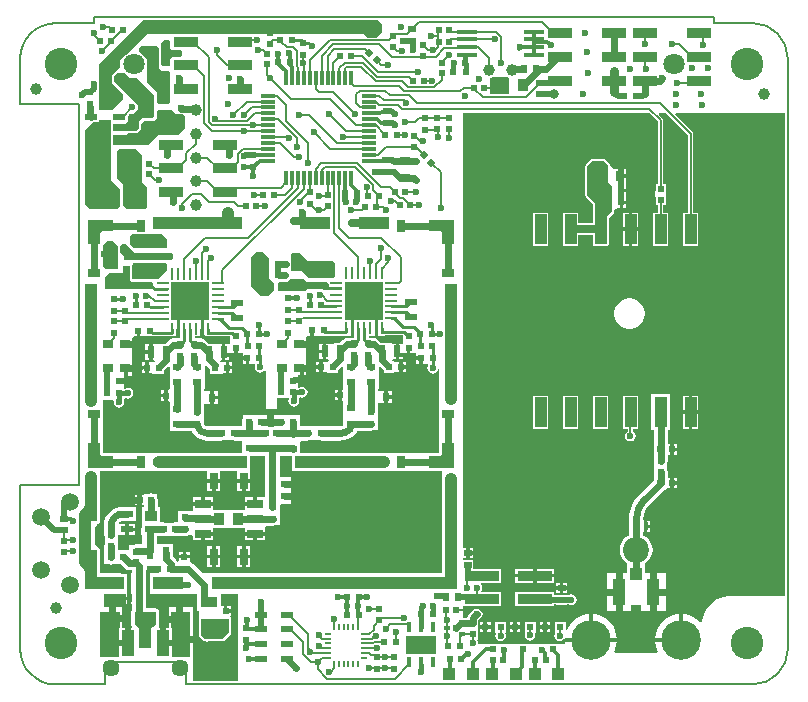
<source format=gtl>
G04 Layer_Physical_Order=1*
G04 Layer_Color=255*
%FSLAX44Y44*%
%MOMM*%
G71*
G01*
G75*
%ADD10C,0.6200*%
%ADD11R,0.8000X1.4000*%
%ADD12R,1.4000X0.8000*%
%ADD13R,0.9000X1.0000*%
%ADD14R,0.3000X1.2000*%
%ADD15R,1.2000X0.3000*%
%ADD16R,1.0000X1.0000*%
%ADD17R,1.0000X1.0500*%
%ADD18R,1.0500X2.2000*%
%ADD19R,0.4500X0.8500*%
%ADD20R,2.5000X1.6000*%
%ADD21R,4.0000X1.0000*%
%ADD22R,2.0000X0.8000*%
%ADD23R,0.8000X2.0000*%
%ADD24R,2.6000X1.0000*%
%ADD25R,1.0000X2.6000*%
%ADD26R,0.8000X1.0000*%
%ADD27R,1.0000X0.8000*%
%ADD28R,0.5000X0.5000*%
%ADD29R,0.5000X0.5000*%
%ADD30R,1.4400X0.9500*%
%ADD31R,0.5500X0.5500*%
%ADD32R,0.4000X0.7000*%
%ADD33C,1.0000*%
%ADD34R,0.6000X0.5500*%
%ADD35R,0.5080X0.3560*%
%ADD36R,1.1000X0.6000*%
%ADD37R,0.2000X0.6000*%
%ADD38R,0.6000X0.2000*%
%ADD39R,1.1000X1.1000*%
%ADD40R,1.0000X2.5000*%
%ADD41R,0.9000X0.8000*%
%ADD42R,1.7000X0.3500*%
%ADD43R,1.1500X1.8000*%
%ADD44R,0.9500X1.4500*%
%ADD45R,0.9500X1.4400*%
%ADD46R,0.9500X0.7000*%
%ADD47R,0.6200X0.5000*%
%ADD48R,1.0000X0.2500*%
%ADD49R,0.2500X1.0000*%
%ADD50R,3.2500X3.2500*%
%ADD51R,1.0000X0.6000*%
%ADD52R,1.0000X0.9000*%
%ADD53R,1.0500X0.6000*%
%ADD54R,0.6500X0.5500*%
%ADD55R,0.6250X1.0000*%
%ADD56R,0.7620X0.6250*%
%ADD57R,0.6250X1.0000*%
%ADD58R,1.0000X0.6250*%
%ADD59R,0.5000X0.6000*%
%ADD60R,1.0000X0.9300*%
%ADD61R,2.0300X0.8500*%
%ADD62R,0.5500X0.5500*%
%ADD63R,0.5000X0.6200*%
%ADD64P,0.7778X4X90.0*%
%ADD65R,0.6000X0.5000*%
%ADD66R,0.6250X0.7620*%
G04:AMPARAMS|DCode=67|XSize=0.62mm|YSize=0.5mm|CornerRadius=0mm|HoleSize=0mm|Usage=FLASHONLY|Rotation=315.000|XOffset=0mm|YOffset=0mm|HoleType=Round|Shape=Rectangle|*
%AMROTATEDRECTD67*
4,1,4,-0.3960,0.0424,-0.0424,0.3960,0.3960,-0.0424,0.0424,-0.3960,-0.3960,0.0424,0.0*
%
%ADD67ROTATEDRECTD67*%

%ADD68R,0.7000X0.9500*%
%ADD69R,0.5500X0.6500*%
%ADD70R,3.0000X0.8900*%
%ADD71C,0.2500*%
%ADD72C,0.1500*%
%ADD73C,0.3000*%
%ADD74C,0.5000*%
%ADD75C,0.6000*%
%ADD76C,0.3500*%
%ADD77C,0.4000*%
%ADD78C,1.0000*%
%ADD79C,0.5500*%
%ADD80C,0.7000*%
%ADD81C,0.2000*%
%ADD82C,0.4300*%
%ADD83C,0.8000*%
%ADD84C,1.2000*%
%ADD85C,1.8000*%
%ADD86C,3.3600*%
%ADD87C,2.2000*%
%ADD88C,2.7500*%
%ADD89C,1.4500*%
%ADD90C,1.5000*%
%ADD91C,0.6000*%
%ADD92C,0.8000*%
G36*
X242500Y340500D02*
X260000D01*
X261250Y339250D01*
X261250Y337250D01*
X261250Y337250D01*
X261250Y337250D01*
X262250Y336250D01*
X272772D01*
Y333625D01*
X257225Y333625D01*
X256000Y334500D01*
X243000D01*
X241500Y333000D01*
X218723D01*
X218250Y333473D01*
X218250Y339852D01*
X219148Y340750D01*
X226500Y340750D01*
X228750Y343000D01*
X240000D01*
X242500Y340500D01*
D02*
G37*
G36*
X124750Y355375D02*
X124750Y350625D01*
X117250Y343125D01*
X94750Y343125D01*
X94750Y355125D01*
X96750Y357125D01*
X123000Y357125D01*
X124750Y355375D01*
D02*
G37*
G36*
X135375Y294750D02*
X135561D01*
Y292950D01*
X129750D01*
X127760Y292554D01*
X126073Y291427D01*
X123146Y288500D01*
X118375D01*
Y288000D01*
X112250D01*
Y281500D01*
Y275000D01*
X113614D01*
X114290Y273730D01*
X114034Y273350D01*
X113225D01*
Y272850D01*
X109025D01*
Y268250D01*
Y263650D01*
X111525D01*
X112025Y263150D01*
X112821Y263150D01*
X112821Y263150D01*
X122225D01*
Y265996D01*
X125342Y269113D01*
X126515Y268627D01*
Y263070D01*
X126515Y261800D01*
X126515Y261430D01*
Y249950D01*
X125597Y249100D01*
X125025D01*
Y244500D01*
Y239900D01*
X125597D01*
X126515Y239050D01*
Y227570D01*
X126515Y226300D01*
X126515Y225930D01*
Y214450D01*
X132669D01*
X133125Y214359D01*
X145456D01*
X145765Y213614D01*
X148033Y210658D01*
X150989Y208390D01*
X154431Y206964D01*
X158125Y206478D01*
Y206484D01*
X170000D01*
X170581Y206600D01*
X180919D01*
X181500Y206484D01*
X186705D01*
X187640Y205675D01*
X187640Y205214D01*
Y196000D01*
X110270D01*
X109000Y196000D01*
X109000Y196000D01*
X109000Y196000D01*
X71063Y196000D01*
X70000Y197063D01*
X70000Y235000D01*
X70000D01*
Y241000D01*
X78265D01*
X79307Y239730D01*
X79162Y239000D01*
X79511Y237244D01*
X80506Y235756D01*
X81994Y234761D01*
X83750Y234412D01*
X85506Y234761D01*
X86994Y235756D01*
X87989Y237244D01*
X88338Y239000D01*
X87989Y240756D01*
X87950Y240813D01*
X87750Y242000D01*
X89020Y242578D01*
X89494Y242261D01*
X91250Y241912D01*
X93006Y242261D01*
X94494Y243256D01*
X95489Y244744D01*
X95838Y246500D01*
X95489Y248256D01*
X94494Y249744D01*
X93006Y250739D01*
X91250Y251088D01*
X89494Y250739D01*
X89020Y250422D01*
X87750Y251000D01*
X88100Y252150D01*
X88100D01*
Y255250D01*
X84100D01*
Y258250D01*
X88100D01*
X88100Y261350D01*
X89308Y261500D01*
X94625D01*
Y273250D01*
Y282750D01*
Y292775D01*
X96750Y294900D01*
X98650D01*
Y299500D01*
X101650D01*
Y294900D01*
X114350D01*
Y294946D01*
X126125D01*
Y294750D01*
X132375D01*
Y301250D01*
X135375D01*
Y294750D01*
D02*
G37*
G36*
X210750Y360750D02*
X210750Y343750D01*
X214750Y339750D01*
X214750Y333750D01*
X210250Y329250D01*
X203500Y329250D01*
X195750Y337000D01*
X195750Y361500D01*
X200750Y366500D01*
X205000Y366500D01*
X210750Y360750D01*
D02*
G37*
G36*
X243000Y358750D02*
X264500Y358750D01*
X267000Y356250D01*
X267000Y345750D01*
X265500Y344250D01*
X244000Y344250D01*
X238500Y349750D01*
X230250Y349750D01*
X229500Y350500D01*
X229500Y364000D01*
X230500Y365000D01*
X236750Y365000D01*
X243000Y358750D01*
D02*
G37*
G36*
X89500Y372750D02*
X97250Y365000D01*
X128500D01*
X129750Y363750D01*
Y360750D01*
X128000Y359000D01*
X91500Y359000D01*
X84750Y365750D01*
X84750Y371500D01*
X86000Y372750D01*
X89500Y372750D01*
D02*
G37*
G36*
X224140Y193700D02*
X230250D01*
X230250Y181000D01*
X314730D01*
X315878Y181000D01*
X317148Y181000D01*
X355000D01*
Y181000D01*
X357000D01*
Y94000D01*
X154757Y94000D01*
X146604Y102154D01*
X144652Y103458D01*
X144608Y103467D01*
X143600Y104100D01*
X143600Y104962D01*
Y106600D01*
X134400D01*
Y104100D01*
X133206Y103916D01*
X133011D01*
X131754Y105798D01*
X129141Y108411D01*
Y111500D01*
X129050Y111955D01*
Y119050D01*
X120950D01*
Y119250D01*
X117487D01*
X117350Y119250D01*
Y119250D01*
X116885Y119162D01*
X115657Y119977D01*
X115616Y120036D01*
Y125234D01*
X120750D01*
X123052Y125693D01*
X123064Y125700D01*
X128936D01*
X128948Y125693D01*
X131250Y125234D01*
X139600D01*
X141902Y125693D01*
X142512Y126100D01*
X145650D01*
X146250Y125079D01*
Y122050D01*
X153250D01*
Y127550D01*
X154750D01*
Y129050D01*
X163250D01*
Y132450D01*
X177450D01*
Y132450D01*
X190250D01*
Y129050D01*
X207250D01*
Y133050D01*
X208354Y133450D01*
X208550D01*
Y134234D01*
X213700D01*
X215287Y134550D01*
X219600D01*
Y139669D01*
X219715Y140250D01*
X219600Y140831D01*
Y150270D01*
X219666Y150600D01*
Y152201D01*
X220500Y153125D01*
X229500D01*
Y175375D01*
X220266D01*
X219666Y176397D01*
Y193734D01*
X224140D01*
Y193700D01*
D02*
G37*
G36*
X93126Y354000D02*
X93126Y343125D01*
X93250Y342827D01*
Y342000D01*
X94250Y341000D01*
X111500D01*
X112750Y339750D01*
X112750Y338000D01*
X115000Y335750D01*
X124602Y335750D01*
X125500Y334852D01*
Y333250D01*
X113500D01*
X112250Y334500D01*
X73000D01*
X72000Y335500D01*
Y344500D01*
X75500Y348000D01*
X86000Y348000D01*
X87250Y349250D01*
X87250Y354000D01*
X93126Y354000D01*
D02*
G37*
G36*
X83000Y370250D02*
Y351500D01*
X73000D01*
X70000Y354500D01*
X70000Y371250D01*
X73750Y375000D01*
X78250Y375000D01*
X83000Y370250D01*
D02*
G37*
G36*
X367496Y183504D02*
X346496D01*
Y193504D01*
X355996D01*
X357496Y195004D01*
Y204504D01*
X367496D01*
Y183504D01*
D02*
G37*
G36*
X67504Y195004D02*
X69004Y193504D01*
X78504D01*
Y183504D01*
X57504D01*
Y204504D01*
X67504D01*
Y195004D01*
D02*
G37*
G36*
X370000Y81000D02*
X337000D01*
Y91000D01*
X360000D01*
Y114000D01*
X370000D01*
Y81000D01*
D02*
G37*
G36*
X65000Y91000D02*
X88000D01*
Y81000D01*
X55000D01*
Y114000D01*
X65000D01*
Y91000D01*
D02*
G37*
G36*
X207634Y159561D02*
X207250Y158450D01*
X200250D01*
Y152950D01*
X198750D01*
Y151450D01*
X190250D01*
Y148050D01*
X176050D01*
Y148050D01*
X163250D01*
Y151450D01*
X146250D01*
Y147450D01*
X145118Y147116D01*
X139750D01*
X138666Y146900D01*
X133850D01*
Y141681D01*
X133734Y141100D01*
X133850Y140519D01*
Y137266D01*
X131250D01*
X128948Y136808D01*
X128936Y136800D01*
X123064D01*
X123052Y136808D01*
X120750Y137266D01*
X118232D01*
Y150050D01*
X116516D01*
Y155750D01*
X116058Y158052D01*
X116050Y158064D01*
Y161300D01*
X112814D01*
X112802Y161308D01*
X110500Y161766D01*
X108198Y161308D01*
X108186Y161300D01*
X104950D01*
Y160000D01*
X103000D01*
Y155750D01*
Y151500D01*
X104484D01*
Y150050D01*
X102632D01*
Y135450D01*
Y125450D01*
X103584D01*
Y118766D01*
X98000D01*
X95698Y118308D01*
X94938Y117800D01*
X92450D01*
Y115064D01*
X92442Y115052D01*
X92114Y113400D01*
X88331D01*
X87750Y113516D01*
X87169Y113400D01*
X83015D01*
Y116750D01*
X82558Y119052D01*
X82550Y119064D01*
Y124437D01*
X82558Y124448D01*
X82901Y126173D01*
X83932Y126750D01*
X84285Y126750D01*
X88932D01*
Y131250D01*
Y135750D01*
X84697D01*
X84018Y137020D01*
X84102Y137145D01*
X84254Y137246D01*
X84331Y137362D01*
X85327Y138028D01*
X86502Y138262D01*
X86639Y138235D01*
X90432D01*
X91516Y138450D01*
X98232D01*
Y150050D01*
X91516D01*
X90432Y150266D01*
X86639D01*
X86225Y150183D01*
X84873Y150050D01*
X82632D01*
Y149622D01*
X80760Y149055D01*
X78104Y147635D01*
X76097Y145988D01*
X75746Y145754D01*
X75535Y145437D01*
X73755Y143269D01*
X72256Y140465D01*
X71333Y137422D01*
X71059Y134631D01*
X70984Y134257D01*
Y126750D01*
X71442Y124448D01*
X71450Y124437D01*
Y119064D01*
X71442Y119052D01*
X71000Y116828D01*
X70984Y116750D01*
Y114500D01*
Y107500D01*
X71350Y105662D01*
Y101600D01*
X76419D01*
X77000Y101484D01*
X77581Y101600D01*
X85143D01*
X88246Y98496D01*
X90198Y97192D01*
X92500Y96735D01*
X94734D01*
Y94000D01*
X68000D01*
X68000Y114500D01*
X68000D01*
X63750Y118750D01*
Y133172D01*
X68000Y137422D01*
X68000Y181000D01*
X70000D01*
Y181000D01*
X109000D01*
X109000Y181020D01*
X157392D01*
X158550Y180750D01*
X158550Y179750D01*
Y173750D01*
X164050D01*
X169550D01*
X169550Y180750D01*
X170708Y181020D01*
X182792D01*
X183950Y180750D01*
X183950Y179750D01*
Y173750D01*
X189450D01*
X194950D01*
Y179833D01*
X194950Y180750D01*
X194750Y181937D01*
Y193734D01*
X207634D01*
Y159561D01*
D02*
G37*
G36*
X89250Y74250D02*
X92750D01*
Y72750D01*
X94250D01*
Y67750D01*
X94734D01*
Y63249D01*
X94362Y62692D01*
X94145Y61600D01*
Y50500D01*
X94208Y50182D01*
X94218Y49858D01*
X94316Y49641D01*
X94362Y49408D01*
X94542Y49138D01*
X94676Y48842D01*
X94753Y48770D01*
X94721Y48385D01*
X94482Y47833D01*
X94226Y47500D01*
X86000D01*
Y65500D01*
X71000Y65500D01*
Y76750D01*
X89250D01*
Y74250D01*
D02*
G37*
G36*
X155375Y294750D02*
X159886D01*
X160157Y294696D01*
X178025D01*
Y288290D01*
X176875Y288000D01*
Y288000D01*
X173750D01*
Y281500D01*
Y275000D01*
X176875D01*
Y280360D01*
X178025Y280650D01*
Y280650D01*
X181125D01*
Y284650D01*
X184125D01*
Y280650D01*
X187130D01*
X187225Y280650D01*
X188400Y280421D01*
X188400Y279809D01*
Y277750D01*
X192400D01*
Y276250D01*
X193900D01*
Y271650D01*
X196400D01*
Y271650D01*
X198415D01*
X198886Y271115D01*
X199197Y270534D01*
X199011Y270256D01*
X198662Y268500D01*
X199011Y266744D01*
X200006Y265256D01*
X201494Y264261D01*
X203250Y263912D01*
X205006Y264261D01*
X206494Y265256D01*
X206730Y265608D01*
X208000Y265223D01*
Y233250D01*
X217150D01*
Y241521D01*
X217250Y242750D01*
X226815Y242750D01*
X227369Y242184D01*
X227511Y241506D01*
X227506Y241480D01*
X227162Y239750D01*
X227511Y237994D01*
X228506Y236506D01*
X229994Y235511D01*
X231750Y235162D01*
X233506Y235511D01*
X234994Y236506D01*
X235989Y237994D01*
X236338Y239750D01*
X235989Y241506D01*
X235756Y241854D01*
X235917Y242396D01*
X237244Y243011D01*
X239000Y242662D01*
X240756Y243011D01*
X242244Y244006D01*
X243239Y245494D01*
X243588Y247250D01*
X243239Y249006D01*
X242244Y250494D01*
X240756Y251489D01*
X239000Y251838D01*
X237244Y251489D01*
X236520Y251005D01*
X235252Y251447D01*
X235350Y252650D01*
X235350Y252979D01*
Y255750D01*
X231350D01*
Y258750D01*
X235350D01*
Y261850D01*
X236454Y262250D01*
X242250D01*
Y282750D01*
Y293750D01*
X242250Y294000D01*
X243400Y295150D01*
X261600D01*
Y295196D01*
X276000D01*
X276271Y295250D01*
X282686D01*
Y293450D01*
X276875D01*
X276875Y293450D01*
X274885Y293054D01*
X273198Y291927D01*
X270271Y289000D01*
X265500D01*
X265000Y288500D01*
X259375D01*
Y282000D01*
Y275500D01*
X260738D01*
X261415Y274230D01*
X261159Y273850D01*
X260350Y273850D01*
X260267Y273350D01*
X256150D01*
Y268750D01*
Y264150D01*
X259242D01*
X259242Y264150D01*
X260350Y263650D01*
X260350Y263650D01*
X260548D01*
X260548Y263650D01*
X269350D01*
Y266496D01*
X272467Y269613D01*
X273640Y269127D01*
Y263570D01*
X273640Y262300D01*
X273640Y261930D01*
Y250450D01*
X272722Y249600D01*
X272150D01*
Y245000D01*
Y240400D01*
X272727D01*
X273640Y239538D01*
Y228058D01*
X273640Y226788D01*
X273640Y226418D01*
Y219161D01*
X273132Y218821D01*
X271375Y218472D01*
X271154Y218516D01*
X255000D01*
X254419Y218400D01*
X244081D01*
X243500Y218516D01*
X237365D01*
Y222300D01*
X236908Y224602D01*
X236650Y224988D01*
Y228400D01*
X226050D01*
Y228400D01*
X224850D01*
Y228400D01*
X224780Y228400D01*
X215250D01*
Y218571D01*
X214196Y218050D01*
X210313D01*
X209250Y218550D01*
Y228400D01*
X200220D01*
X200150Y228400D01*
Y228400D01*
X198950Y228400D01*
Y228400D01*
X188350D01*
Y224988D01*
X188092Y224602D01*
X187634Y222300D01*
Y218516D01*
X181500D01*
X180919Y218400D01*
X170581D01*
X170000Y218516D01*
X158125D01*
X158044Y218500D01*
X157257Y218656D01*
X156522Y219147D01*
X156428Y219287D01*
X155935Y220364D01*
X155935D01*
X155775Y221602D01*
Y230419D01*
X155891Y231000D01*
Y237440D01*
X161000D01*
Y242750D01*
Y248060D01*
X155891D01*
Y249950D01*
X156735D01*
Y261430D01*
X156735Y262700D01*
X156735Y263070D01*
Y269252D01*
X157908Y269738D01*
X160775Y266871D01*
Y263150D01*
X169775D01*
X169775Y263150D01*
X170975Y263150D01*
X171004Y263179D01*
X171475Y263650D01*
X173975D01*
Y268250D01*
Y272850D01*
X169775D01*
Y273350D01*
X169760D01*
X169408Y273730D01*
X169886Y274830D01*
X170093Y275000D01*
X170750D01*
Y281500D01*
Y288000D01*
X164625D01*
Y288500D01*
X159854D01*
X156927Y291427D01*
X155240Y292554D01*
X153250Y292950D01*
X153250Y292950D01*
X148601D01*
X147901Y294220D01*
X148237Y294750D01*
X152375D01*
Y301250D01*
X155375D01*
Y294750D01*
D02*
G37*
G36*
X324400Y295135D02*
Y289604D01*
X324106Y288794D01*
X323296Y288500D01*
X320875D01*
Y282000D01*
Y275500D01*
X324000D01*
Y279796D01*
X324400Y280900D01*
X327500D01*
Y284900D01*
X330500D01*
Y280900D01*
X333600D01*
Y280900D01*
X334870Y280916D01*
X335266Y280867D01*
X335400Y279792D01*
Y277750D01*
X339400D01*
Y276250D01*
X340900D01*
Y271650D01*
X343400D01*
Y271650D01*
X344916D01*
X345595Y270380D01*
X345011Y269506D01*
X344662Y267750D01*
X345011Y265994D01*
X346006Y264506D01*
X347494Y263511D01*
X349250Y263162D01*
X351006Y263511D01*
X352494Y264506D01*
X353489Y265994D01*
X353730Y267207D01*
X355000Y267082D01*
Y235000D01*
X355000Y196500D01*
X354500Y196000D01*
X316000Y196000D01*
X316000Y196000D01*
X315961Y196000D01*
X314730Y196000D01*
X237360D01*
Y205180D01*
X237360Y205550D01*
X238170Y206484D01*
X243500D01*
X244081Y206600D01*
X254419D01*
X255000Y206484D01*
X271154D01*
X271486Y206551D01*
X274486Y206846D01*
X277689Y207818D01*
X280642Y209396D01*
X282256Y210720D01*
X283253Y211496D01*
X283254D01*
X283254Y211497D01*
X283967Y212471D01*
X284864Y213640D01*
X285364Y214848D01*
X296787D01*
X299089Y215305D01*
X299156Y215350D01*
X302900D01*
Y225550D01*
Y230919D01*
X303015Y231500D01*
Y236640D01*
X303050D01*
Y237940D01*
X308375D01*
Y243250D01*
Y248560D01*
X303948D01*
X303050Y249458D01*
Y249860D01*
X303610Y250450D01*
X303610D01*
Y261930D01*
X303610Y263200D01*
X303610Y263570D01*
Y268527D01*
X304783Y269013D01*
X307900Y265896D01*
Y263650D01*
X316900D01*
Y264150D01*
X321100D01*
Y268750D01*
Y273350D01*
X316900D01*
Y273850D01*
X315004D01*
X314767Y274244D01*
X315492Y275500D01*
X317875D01*
Y282000D01*
Y288500D01*
X316063D01*
X315000Y289000D01*
X314750Y289000D01*
Y289000D01*
X311750Y289000D01*
X305874D01*
X302947Y291927D01*
X301260Y293054D01*
X299850Y293335D01*
Y293350D01*
X299270Y293450D01*
X299270Y293450D01*
X298621Y293450D01*
X295726D01*
X295026Y294720D01*
X295362Y295250D01*
X308750D01*
Y295446D01*
X324089D01*
X324400Y295135D01*
D02*
G37*
G36*
X115000Y50500D02*
X111000Y48000D01*
X101000D01*
X97000Y50500D01*
Y61600D01*
X115000Y61600D01*
Y50500D01*
D02*
G37*
G36*
X647451Y75000D02*
X602150D01*
X599660Y74878D01*
X594777Y73906D01*
X590176Y72001D01*
X586036Y69234D01*
X582515Y65714D01*
X579749Y61574D01*
X577844Y56973D01*
X577029Y52878D01*
X575666Y52537D01*
X575089Y53239D01*
X571770Y55964D01*
X567983Y57988D01*
X563873Y59235D01*
X561100Y59508D01*
Y37750D01*
X559600D01*
Y36250D01*
X537842D01*
X538115Y33477D01*
X539362Y29367D01*
X540178Y27839D01*
X539525Y26750D01*
X503474D01*
X502821Y27839D01*
X503638Y29367D01*
X504884Y33477D01*
X505158Y36250D01*
X483400D01*
Y37750D01*
X481900D01*
Y59508D01*
X479126Y59235D01*
X475017Y57988D01*
X471230Y55964D01*
X467910Y53239D01*
X465186Y49920D01*
X463162Y46133D01*
X463020Y45665D01*
X461750Y45854D01*
Y52750D01*
X452750D01*
Y44250D01*
X452750Y44250D01*
X452750D01*
X452911Y42980D01*
X452761Y42756D01*
X452412Y41000D01*
X452761Y39244D01*
X453756Y37756D01*
X455244Y36761D01*
X457000Y36412D01*
X458756Y36761D01*
X460244Y37756D01*
X460260Y37778D01*
X460439Y37774D01*
X461530Y37393D01*
X461722Y35441D01*
X460869Y34500D01*
X388248D01*
X387838Y35000D01*
X387489Y36756D01*
X387005Y37480D01*
X387500Y38750D01*
X387500D01*
Y47250D01*
X387500Y47250D01*
Y47750D01*
X387500D01*
X387500Y48520D01*
Y50300D01*
X387838Y52000D01*
Y54349D01*
X388436Y54947D01*
X388756Y55011D01*
X390244Y56006D01*
X391239Y57494D01*
X391588Y59250D01*
X391239Y61006D01*
X390244Y62494D01*
X388756Y63489D01*
X387000Y63838D01*
X386250D01*
X384494Y63489D01*
X383006Y62494D01*
X380006Y59494D01*
X379011Y58006D01*
X378729Y56588D01*
X375000D01*
Y66050D01*
X407250D01*
Y77950D01*
X390900D01*
X390221Y79220D01*
X390739Y79994D01*
X391088Y81750D01*
X390739Y83506D01*
X389887Y84780D01*
X390129Y85570D01*
X390450Y86050D01*
X407250D01*
Y97950D01*
X383750D01*
Y105500D01*
X375000D01*
Y107000D01*
X377500D01*
Y111250D01*
Y115500D01*
X375000D01*
X375000Y483500D01*
X533006D01*
X539956Y476550D01*
Y423500D01*
X538000D01*
Y417500D01*
X537500D01*
Y412600D01*
X538000D01*
Y406000D01*
X539956D01*
Y399500D01*
X535850D01*
Y371500D01*
X548850D01*
Y399500D01*
X544544D01*
Y406000D01*
X546500D01*
Y411382D01*
X546507Y411406D01*
X546570Y411583D01*
X547000Y412500D01*
Y417500D01*
X546500D01*
Y423500D01*
X544544D01*
Y477500D01*
X544369Y478378D01*
X543872Y479122D01*
X540668Y482327D01*
X541154Y483500D01*
X546756D01*
X565456Y464800D01*
Y399500D01*
X561250D01*
Y371500D01*
X574250D01*
Y399500D01*
X570044D01*
Y465750D01*
X570044Y465750D01*
X569869Y466628D01*
X569372Y467372D01*
X569372Y467372D01*
X554418Y482327D01*
X554904Y483500D01*
X647451D01*
X647451Y75000D01*
D02*
G37*
G36*
X93000Y513250D02*
X94250Y513250D01*
X94250Y513250D01*
X98750D01*
X113000Y499000D01*
Y480500D01*
X111750Y479250D01*
X103000D01*
X102750Y479000D01*
X100250Y476500D01*
Y470750D01*
X97750Y468250D01*
X78750D01*
Y474250D01*
X89250D01*
X91750Y476750D01*
Y481250D01*
X93500Y483000D01*
X96000D01*
X99750Y486750D01*
X99750Y490750D01*
X88000Y502500D01*
Y502500D01*
X88000Y502500D01*
X79750Y510750D01*
Y515500D01*
X81750Y517500D01*
X88750D01*
X93000Y513250D01*
D02*
G37*
G36*
X128000Y486250D02*
X131750Y482500D01*
X138000Y482500D01*
X139750Y480750D01*
X139750Y470750D01*
X133751Y464751D01*
X117000Y464750D01*
X109250Y457000D01*
X78750Y457000D01*
Y464750D01*
X89250D01*
X91100Y466600D01*
X99100Y466600D01*
X102250Y469750D01*
Y474750D01*
X104500Y477000D01*
X113500Y477000D01*
X115500Y479000D01*
X115500Y485000D01*
X116750Y486250D01*
X128000Y486250D01*
D02*
G37*
G36*
X84500Y48075D02*
X83725D01*
Y23250D01*
X68000D01*
Y61600D01*
X84500D01*
Y48075D01*
D02*
G37*
G36*
X98474Y453250D02*
X103250Y448474D01*
X103250Y425250D01*
X107750Y420750D01*
X107750Y404500D01*
X106000Y402750D01*
X89500Y402750D01*
X86750Y405500D01*
Y423250D01*
X82000Y428000D01*
X82000Y451750D01*
X83500Y453250D01*
X98474Y453250D01*
D02*
G37*
G36*
X144000Y23250D02*
X128275D01*
Y48075D01*
X127500D01*
Y61600D01*
X144000D01*
Y23250D01*
D02*
G37*
G36*
X127001Y544249D02*
X127000Y539000D01*
X128500Y537500D01*
X135751Y537500D01*
X137250Y536000D01*
X137250Y532750D01*
X136000Y531500D01*
X129000Y531500D01*
X126500Y529000D01*
X126500Y524250D01*
X126000Y523750D01*
X120563Y523750D01*
X119500Y524813D01*
X119500Y534750D01*
X119500Y543075D01*
X122175Y545750D01*
X125500Y545750D01*
X127001Y544249D01*
D02*
G37*
G36*
X303049Y562451D02*
X306250Y559250D01*
Y552250D01*
X301544Y547544D01*
X294206D01*
X287500Y554250D01*
Y561471D01*
X288480Y562451D01*
X303049D01*
D02*
G37*
G36*
X412750Y514000D02*
X414250Y512500D01*
X414250Y500750D01*
X413000Y499500D01*
X399000Y499500D01*
X397500Y501000D01*
X397500Y512250D01*
X399250Y514000D01*
X412750Y514000D01*
D02*
G37*
G36*
X112250Y562451D02*
Y550500D01*
X107000D01*
X89244Y532744D01*
X88911Y532489D01*
X88656Y532156D01*
X84750Y528250D01*
X84750Y523000D01*
X78000Y516250D01*
X78000Y509250D01*
X87000Y500250D01*
Y495500D01*
X77500Y486000D01*
X67000Y486000D01*
X67000Y525250D01*
X104201Y562451D01*
X112250D01*
D02*
G37*
G36*
X117750Y538500D02*
X117750Y522000D01*
X120500Y519250D01*
X126000Y519250D01*
X127000Y518250D01*
X127000Y493000D01*
X125750Y491750D01*
X117000Y491750D01*
X115500Y493250D01*
Y501750D01*
X107000Y510250D01*
Y529750D01*
X100750Y536000D01*
X100750Y538500D01*
X103000Y540750D01*
X115500Y540750D01*
X117750Y538500D01*
D02*
G37*
G36*
X177250Y44000D02*
X171250Y38000D01*
X156500D01*
X152750Y41750D01*
Y55750D01*
X177250D01*
Y44000D01*
D02*
G37*
G36*
X367496Y372496D02*
X357496D01*
Y381996D01*
X355996Y383496D01*
X346496D01*
Y393496D01*
X367496D01*
Y372496D01*
D02*
G37*
G36*
X184500Y2549D02*
X146000D01*
X146000Y65500D01*
X126000Y65500D01*
Y47500D01*
X117774D01*
X117517Y47833D01*
X117278Y48385D01*
X117247Y48770D01*
X117324Y48842D01*
X117457Y49138D01*
X117637Y49408D01*
X117684Y49641D01*
X117782Y49858D01*
X117792Y50182D01*
X117855Y50500D01*
Y61600D01*
X117637Y62692D01*
X117019Y63619D01*
X116092Y64237D01*
X115000Y64455D01*
X106765D01*
Y76750D01*
X149750D01*
Y61950D01*
X151250D01*
Y56750D01*
X151050D01*
Y44250D01*
X151126D01*
Y41750D01*
X151602Y40602D01*
X155352Y36852D01*
X156500Y36376D01*
X156921D01*
X158000Y36162D01*
X159079Y36376D01*
X171250D01*
X172398Y36852D01*
X178398Y42852D01*
X178874Y44000D01*
Y55750D01*
X178398Y56898D01*
X177959Y57080D01*
X178211Y58350D01*
X178600D01*
Y60850D01*
X174000D01*
Y62350D01*
X172500D01*
Y66350D01*
X169750D01*
Y76750D01*
X184500D01*
Y2549D01*
D02*
G37*
G36*
X124000Y377250D02*
Y370250D01*
X123250Y369500D01*
X96500Y369500D01*
X93250Y372750D01*
X93250Y379250D01*
X95000Y381000D01*
X102000D01*
X109000Y381000D01*
Y381000D01*
X120250D01*
X124000Y377250D01*
D02*
G37*
G36*
X78504Y383496D02*
X69004D01*
X67504Y381996D01*
Y372496D01*
X57504D01*
Y393496D01*
X78504D01*
Y383496D01*
D02*
G37*
G36*
X76103Y478000D02*
X77001Y477102D01*
X77000Y452500D01*
X77000Y450500D01*
X77000Y450500D01*
X77000Y427000D01*
X84250Y419750D01*
X84250Y405250D01*
X81750Y402750D01*
X58750Y402750D01*
X54500Y407000D01*
X54500Y443500D01*
X54500Y443500D01*
X54500Y469000D01*
X61500Y476000D01*
X67750D01*
Y477102D01*
X68648Y478000D01*
X76103Y478000D01*
D02*
G37*
G36*
X111000Y48000D02*
X111000Y30750D01*
X101000Y30750D01*
X101000Y48000D01*
X111000Y48000D01*
D02*
G37*
%LPC*%
G36*
X106025Y272850D02*
X103525D01*
Y269750D01*
X106025D01*
Y272850D01*
D02*
G37*
G36*
X122025Y249100D02*
X119525D01*
Y246000D01*
X122025D01*
Y249100D01*
D02*
G37*
G36*
X106025Y266750D02*
X103525D01*
Y263650D01*
X106025D01*
Y266750D01*
D02*
G37*
G36*
X109250Y288000D02*
X106125D01*
Y283000D01*
X109250D01*
Y288000D01*
D02*
G37*
G36*
Y280000D02*
X106125D01*
Y275000D01*
X109250D01*
Y280000D01*
D02*
G37*
G36*
X122025Y243000D02*
X119525D01*
Y239900D01*
X122025D01*
Y243000D01*
D02*
G37*
G36*
X163250Y126050D02*
X156250D01*
Y122050D01*
X163250D01*
Y126050D01*
D02*
G37*
G36*
X162550Y106750D02*
X158550D01*
Y99750D01*
X162550D01*
Y106750D01*
D02*
G37*
G36*
X197250Y126050D02*
X190250D01*
Y122050D01*
X197250D01*
Y126050D01*
D02*
G37*
G36*
X194950Y116750D02*
X190950D01*
Y109750D01*
X194950D01*
Y116750D01*
D02*
G37*
G36*
X187950D02*
X183950D01*
Y109750D01*
X187950D01*
Y116750D01*
D02*
G37*
G36*
X143600Y112100D02*
X140500D01*
Y109600D01*
X143600D01*
Y112100D01*
D02*
G37*
G36*
X169550Y116750D02*
X165550D01*
Y109750D01*
X169550D01*
Y116750D01*
D02*
G37*
G36*
X162550D02*
X158550D01*
Y109750D01*
X162550D01*
Y116750D01*
D02*
G37*
G36*
X194950Y106750D02*
X190950D01*
Y99750D01*
X194950D01*
Y106750D01*
D02*
G37*
G36*
X187950D02*
X183950D01*
Y99750D01*
X187950D01*
Y106750D01*
D02*
G37*
G36*
X169550Y106750D02*
X165550D01*
Y99750D01*
X169550D01*
Y106750D01*
D02*
G37*
G36*
X207250Y126050D02*
X200250D01*
Y122050D01*
X207250D01*
Y126050D01*
D02*
G37*
G36*
X137500Y112100D02*
X134400D01*
Y109600D01*
X137500D01*
Y112100D01*
D02*
G37*
G36*
X96932Y129750D02*
X91932D01*
Y126750D01*
X96932D01*
Y129750D01*
D02*
G37*
G36*
X169550Y170750D02*
X165550D01*
Y163750D01*
X169550D01*
Y170750D01*
D02*
G37*
G36*
X162550D02*
X158550D01*
Y163750D01*
X162550D01*
Y170750D01*
D02*
G37*
G36*
X100000Y160000D02*
X97250D01*
Y157250D01*
X100000D01*
Y160000D01*
D02*
G37*
G36*
X194950Y170750D02*
X190950D01*
Y163750D01*
X194950D01*
Y170750D01*
D02*
G37*
G36*
X187950D02*
X183950D01*
Y163750D01*
X187950D01*
Y170750D01*
D02*
G37*
G36*
X197250Y158450D02*
X190250D01*
Y154450D01*
X197250D01*
Y158450D01*
D02*
G37*
G36*
X96932Y135750D02*
X91932D01*
Y132750D01*
X96932D01*
Y135750D01*
D02*
G37*
G36*
X163250Y158450D02*
X156250D01*
Y154450D01*
X163250D01*
Y158450D01*
D02*
G37*
G36*
X153250D02*
X146250D01*
Y154450D01*
X153250D01*
Y158450D01*
D02*
G37*
G36*
X100000Y154250D02*
X97250D01*
Y151500D01*
X100000D01*
Y154250D01*
D02*
G37*
G36*
X91250Y71250D02*
X89250D01*
Y67750D01*
X91250D01*
Y71250D01*
D02*
G37*
G36*
X179475Y272850D02*
X176975D01*
Y269750D01*
X179475D01*
Y272850D01*
D02*
G37*
G36*
X190900Y274750D02*
X188400D01*
Y271650D01*
X190900D01*
Y274750D01*
D02*
G37*
G36*
X253150Y273350D02*
X250650D01*
Y270250D01*
X253150D01*
Y273350D01*
D02*
G37*
G36*
Y267250D02*
X250650D01*
Y264150D01*
X253150D01*
Y267250D01*
D02*
G37*
G36*
X167125Y248060D02*
X164000D01*
Y244250D01*
X167125D01*
Y248060D01*
D02*
G37*
G36*
X179475Y266750D02*
X176975D01*
Y263650D01*
X179475D01*
Y266750D01*
D02*
G37*
G36*
X269150Y249600D02*
X266650D01*
Y246500D01*
X269150D01*
Y249600D01*
D02*
G37*
G36*
X256375Y280500D02*
X253250D01*
Y275500D01*
X256375D01*
Y280500D01*
D02*
G37*
G36*
Y288500D02*
X253250D01*
Y283500D01*
X256375D01*
Y288500D01*
D02*
G37*
G36*
X269150Y243500D02*
X266650D01*
Y240400D01*
X269150D01*
Y243500D01*
D02*
G37*
G36*
X167125Y241250D02*
X164000D01*
Y237440D01*
X167125D01*
Y241250D01*
D02*
G37*
G36*
X326600Y267250D02*
X324100D01*
Y264150D01*
X326600D01*
Y267250D01*
D02*
G37*
G36*
Y273350D02*
X324100D01*
Y270250D01*
X326600D01*
Y273350D01*
D02*
G37*
G36*
X314500Y248560D02*
X311375D01*
Y244750D01*
X314500D01*
Y248560D01*
D02*
G37*
G36*
X337900Y274750D02*
X335400D01*
Y271650D01*
X337900D01*
Y274750D01*
D02*
G37*
G36*
X314500Y241750D02*
X311375D01*
Y237940D01*
X314500D01*
Y241750D01*
D02*
G37*
G36*
X452250Y97950D02*
X437250D01*
Y93500D01*
X452250D01*
Y97950D01*
D02*
G37*
G36*
X463250Y86000D02*
X460000D01*
Y83250D01*
X463250D01*
Y86000D01*
D02*
G37*
G36*
X457000D02*
X453750D01*
Y83250D01*
X457000D01*
Y86000D01*
D02*
G37*
G36*
X434250Y97950D02*
X419250D01*
Y93500D01*
X434250D01*
Y97950D01*
D02*
G37*
G36*
X452250Y90500D02*
X437250D01*
Y86050D01*
X452250D01*
Y90500D01*
D02*
G37*
G36*
X434250D02*
X419250D01*
Y86050D01*
X434250D01*
Y90500D01*
D02*
G37*
G36*
X383750Y115500D02*
X380500D01*
Y112750D01*
X383750D01*
Y115500D01*
D02*
G37*
G36*
Y109750D02*
X380500D01*
Y107000D01*
X383750D01*
Y109750D01*
D02*
G37*
G36*
X436500Y53000D02*
X427500D01*
Y44500D01*
X427500D01*
X427685Y44154D01*
X427506Y43230D01*
X427162Y41500D01*
X427511Y39744D01*
X428506Y38256D01*
X429994Y37261D01*
X431750Y36912D01*
X433506Y37261D01*
X434994Y38256D01*
X435989Y39744D01*
X436338Y41500D01*
X435994Y43230D01*
X435948Y43467D01*
X436500Y44500D01*
X436500D01*
Y53000D01*
D02*
G37*
G36*
X423500Y47250D02*
X420500D01*
Y44500D01*
X423500D01*
Y47250D01*
D02*
G37*
G36*
X417500D02*
X414500D01*
Y44500D01*
X417500D01*
Y47250D01*
D02*
G37*
G36*
Y53000D02*
X414500D01*
Y50250D01*
X417500D01*
Y53000D01*
D02*
G37*
G36*
X448750Y52750D02*
X445750D01*
Y50000D01*
X448750D01*
Y52750D01*
D02*
G37*
G36*
X442750D02*
X439750D01*
Y50000D01*
X442750D01*
Y52750D01*
D02*
G37*
G36*
X398250Y47250D02*
X395250D01*
Y44500D01*
X398250D01*
Y47250D01*
D02*
G37*
G36*
X558100Y59508D02*
X555326Y59235D01*
X551217Y57988D01*
X547430Y55964D01*
X544110Y53239D01*
X541386Y49920D01*
X539362Y46133D01*
X538115Y42024D01*
X537842Y39250D01*
X558100D01*
Y59508D01*
D02*
G37*
G36*
X484900D02*
Y39250D01*
X505158D01*
X504884Y42024D01*
X503638Y46133D01*
X501614Y49920D01*
X498889Y53239D01*
X495570Y55964D01*
X491783Y57988D01*
X487673Y59235D01*
X484900Y59508D01*
D02*
G37*
G36*
X411250Y53000D02*
X402250D01*
Y44500D01*
X402250Y44500D01*
X402250D01*
X402661Y43230D01*
X402511Y43006D01*
X402162Y41250D01*
X402511Y39494D01*
X403506Y38006D01*
X404994Y37011D01*
X406750Y36662D01*
X408506Y37011D01*
X409994Y38006D01*
X410989Y39494D01*
X411338Y41250D01*
X410989Y43006D01*
X410839Y43230D01*
X411250Y44500D01*
X411250D01*
X411250Y44500D01*
Y53000D01*
D02*
G37*
G36*
X392250Y47250D02*
X389250D01*
Y44500D01*
X392250D01*
Y47250D01*
D02*
G37*
G36*
X448750Y47000D02*
X445750D01*
Y44250D01*
X448750D01*
Y47000D01*
D02*
G37*
G36*
X442750D02*
X439750D01*
Y44250D01*
X442750D01*
Y47000D01*
D02*
G37*
G36*
X457000Y80250D02*
X453750D01*
Y77500D01*
X457000D01*
Y80250D01*
D02*
G37*
G36*
X452250Y77950D02*
X419250D01*
Y66050D01*
X452250D01*
Y67672D01*
X453750D01*
Y67500D01*
X463250D01*
Y67672D01*
X464504D01*
X464744Y67511D01*
X466500Y67162D01*
X468256Y67511D01*
X469744Y68506D01*
X470739Y69994D01*
X471088Y71750D01*
X470739Y73506D01*
X469744Y74994D01*
X468256Y75989D01*
X466500Y76338D01*
X464744Y75989D01*
X464504Y75828D01*
X463250D01*
Y76000D01*
X453750D01*
Y75828D01*
X452250D01*
Y77950D01*
D02*
G37*
G36*
X546500Y94000D02*
X537750D01*
Y79500D01*
X546500D01*
Y94000D01*
D02*
G37*
G36*
X505250D02*
X496500D01*
Y79500D01*
X505250D01*
Y94000D01*
D02*
G37*
G36*
X463250Y80250D02*
X460000D01*
Y77500D01*
X463250D01*
Y80250D01*
D02*
G37*
G36*
X398250Y53000D02*
X395250D01*
Y50250D01*
X398250D01*
Y53000D01*
D02*
G37*
G36*
X392250D02*
X389250D01*
Y50250D01*
X392250D01*
Y53000D01*
D02*
G37*
G36*
X423500D02*
X420500D01*
Y50250D01*
X423500D01*
Y53000D01*
D02*
G37*
G36*
X546500Y76500D02*
X537750D01*
Y62000D01*
X546500D01*
Y76500D01*
D02*
G37*
G36*
X550150Y245800D02*
X534550D01*
Y215200D01*
X536334D01*
Y189500D01*
X536792Y187198D01*
X536950Y186962D01*
Y181814D01*
X536942Y181802D01*
X536484Y179500D01*
Y172992D01*
X524686Y161193D01*
X524597Y161060D01*
X521499Y157433D01*
X518925Y153233D01*
X517040Y148681D01*
X515890Y143890D01*
X515515Y139135D01*
X515484Y138979D01*
Y126395D01*
X514540Y126004D01*
X511657Y123792D01*
X509445Y120910D01*
X508055Y117552D01*
X507581Y113950D01*
X508055Y110347D01*
X509445Y106990D01*
X511657Y104108D01*
X513675Y102560D01*
X513700Y101300D01*
X513700Y101300D01*
Y94000D01*
X508250D01*
Y78000D01*
Y62000D01*
X517000D01*
Y67000D01*
X526000D01*
Y62000D01*
X534750D01*
Y78000D01*
Y94000D01*
X529300D01*
Y101300D01*
X529300Y101300D01*
X529300D01*
X529325Y102560D01*
X531342Y104108D01*
X533554Y106990D01*
X534945Y110347D01*
X535419Y113950D01*
X534945Y117552D01*
X533554Y120910D01*
X531342Y123792D01*
X528459Y126004D01*
X527515Y126395D01*
Y128750D01*
X528000D01*
Y133750D01*
Y139422D01*
X527536Y140020D01*
X527807Y142777D01*
X528915Y146428D01*
X530714Y149794D01*
X532958Y152529D01*
X533193Y152686D01*
X545107Y164600D01*
X547200D01*
Y165007D01*
X548100Y165900D01*
X550600D01*
Y170500D01*
Y175100D01*
X548516D01*
Y179500D01*
X548058Y181802D01*
X548050Y181814D01*
Y187187D01*
X548058Y187198D01*
X548516Y189500D01*
X548366Y190254D01*
Y194400D01*
X550600D01*
Y199000D01*
Y203600D01*
X548366D01*
Y215200D01*
X550150D01*
Y245800D01*
D02*
G37*
G36*
X505250Y76500D02*
X496500D01*
Y62000D01*
X505250D01*
Y76500D01*
D02*
G37*
G36*
X523450Y399500D02*
X518450D01*
Y387000D01*
X523450D01*
Y399500D01*
D02*
G37*
G36*
X515450D02*
X510450D01*
Y387000D01*
X515450D01*
Y399500D01*
D02*
G37*
G36*
X523450Y384000D02*
X518450D01*
Y371500D01*
X523450D01*
Y384000D01*
D02*
G37*
G36*
X513000Y436500D02*
X509500D01*
Y431750D01*
X513000D01*
Y436500D01*
D02*
G37*
G36*
X513100Y406500D02*
X510600D01*
Y403400D01*
X513100D01*
Y406500D01*
D02*
G37*
G36*
X494250Y444874D02*
X484750Y444874D01*
X483602Y444398D01*
X478852Y439648D01*
X478376Y438500D01*
X478377Y414000D01*
X478852Y412852D01*
X484876Y406828D01*
X484876Y390598D01*
X472650D01*
Y399500D01*
X459650D01*
Y371500D01*
X472650D01*
Y380402D01*
X484876D01*
Y372750D01*
X485050Y372331D01*
Y371500D01*
X485598D01*
X486500Y371126D01*
X496750D01*
X497652Y371500D01*
X498050D01*
Y371969D01*
X498373Y372750D01*
Y395078D01*
X502648Y399352D01*
X503124Y400500D01*
Y401227D01*
X503880Y402130D01*
X504325Y402575D01*
X505100Y403350D01*
X506348Y403400D01*
X506370Y403400D01*
X507600D01*
Y408000D01*
X509100D01*
Y409500D01*
X513100D01*
Y412380D01*
X513100Y412600D01*
Y413650D01*
X513100Y413870D01*
Y416750D01*
X509100D01*
Y419750D01*
X513100D01*
Y422771D01*
X513100Y422850D01*
X513000Y424078D01*
Y428750D01*
X508000D01*
Y430250D01*
X506500D01*
Y436500D01*
X503000D01*
X503000Y436500D01*
Y436500D01*
X501957Y437043D01*
X499124Y439876D01*
Y440000D01*
X498648Y441148D01*
X495398Y444398D01*
X494250Y444874D01*
D02*
G37*
G36*
X515450Y384000D02*
X510450D01*
Y371500D01*
X515450D01*
Y384000D01*
D02*
G37*
G36*
X447250Y399500D02*
X434250D01*
Y371500D01*
X447250D01*
Y399500D01*
D02*
G37*
G36*
X517230Y327000D02*
X514669D01*
X512158Y326500D01*
X509792Y325521D01*
X507663Y324098D01*
X505852Y322287D01*
X504429Y320158D01*
X503450Y317792D01*
X502950Y315280D01*
Y312720D01*
X503450Y310208D01*
X504429Y307842D01*
X505852Y305713D01*
X507663Y303902D01*
X509792Y302479D01*
X512158Y301500D01*
X514669Y301000D01*
X517230D01*
X519742Y301500D01*
X522108Y302479D01*
X524237Y303902D01*
X526048Y305713D01*
X527470Y307842D01*
X528450Y310208D01*
X528950Y312720D01*
Y315280D01*
X528450Y317792D01*
X527470Y320158D01*
X526048Y322287D01*
X524237Y324098D01*
X522108Y325521D01*
X519742Y326500D01*
X517230Y327000D01*
D02*
G37*
G36*
X556100Y169000D02*
X553600D01*
Y165900D01*
X556100D01*
Y169000D01*
D02*
G37*
G36*
X533000Y138750D02*
X531000D01*
Y135250D01*
X533000D01*
Y138750D01*
D02*
G37*
G36*
Y132250D02*
X531000D01*
Y128750D01*
X533000D01*
Y132250D01*
D02*
G37*
G36*
X556100Y175100D02*
X553600D01*
Y172000D01*
X556100D01*
Y175100D01*
D02*
G37*
G36*
X574250Y244500D02*
X569250D01*
Y232000D01*
X574250D01*
Y244500D01*
D02*
G37*
G36*
X566250D02*
X561250D01*
Y232000D01*
X566250D01*
Y244500D01*
D02*
G37*
G36*
X574250Y229000D02*
X569250D01*
Y216500D01*
X574250D01*
Y229000D01*
D02*
G37*
G36*
X566250D02*
X561250D01*
Y216500D01*
X566250D01*
Y229000D01*
D02*
G37*
G36*
X523450Y244500D02*
X510450D01*
Y216500D01*
X514456D01*
Y214129D01*
X513506Y213494D01*
X512511Y212006D01*
X512162Y210250D01*
X512511Y208494D01*
X513506Y207006D01*
X514994Y206011D01*
X516750Y205662D01*
X518506Y206011D01*
X519994Y207006D01*
X520989Y208494D01*
X521338Y210250D01*
X520989Y212006D01*
X519994Y213494D01*
X519044Y214129D01*
Y216500D01*
X523450D01*
Y244500D01*
D02*
G37*
G36*
X556100Y203600D02*
X553600D01*
Y200500D01*
X556100D01*
Y203600D01*
D02*
G37*
G36*
Y197500D02*
X553600D01*
Y194400D01*
X556100D01*
Y197500D01*
D02*
G37*
G36*
X447250Y244500D02*
X434250D01*
Y216500D01*
X447250D01*
Y244500D01*
D02*
G37*
G36*
X498050D02*
X485050D01*
Y216500D01*
X498050D01*
Y244500D01*
D02*
G37*
G36*
X472650D02*
X459650D01*
Y216500D01*
X472650D01*
Y244500D01*
D02*
G37*
%LPD*%
G36*
X497500Y440000D02*
X497500Y425500D01*
X501500Y421500D01*
Y400500D01*
X496750Y395750D01*
Y372750D01*
X486500D01*
X486500Y407500D01*
X480000Y414000D01*
X480000Y438500D01*
X484750Y443250D01*
X494250Y443250D01*
X497500Y440000D01*
D02*
G37*
%LPC*%
G36*
X178600Y66350D02*
X175500D01*
Y63850D01*
X178600D01*
Y66350D01*
D02*
G37*
%LPD*%
D10*
X279000Y215750D02*
G03*
X280250Y218768I-3018J3018D01*
G01*
X271154Y212500D02*
G03*
X279000Y215750I0J11096D01*
G01*
X150000Y219319D02*
G03*
X158125Y212500I8125J1431D01*
G01*
X80000Y141500D02*
G03*
X77000Y134257I7243J-7243D01*
G01*
X86639Y144250D02*
G03*
X80000Y141500I0J-9390D01*
G01*
X528939Y156939D02*
G03*
X521500Y138979I17960J-17960D01*
G01*
X198750Y140250D02*
X213700D01*
X213650Y150600D02*
Y198600D01*
X212500Y199750D02*
X230750D01*
X230751Y212501D02*
X230875Y212500D01*
X217506Y212626D02*
X230751Y212501D01*
X280250Y234875D02*
Y256375D01*
X255000Y212500D02*
X271154D01*
X280250Y220863D02*
X296787D01*
X280250Y218768D02*
Y220863D01*
X158125Y212500D02*
X170000D01*
X133125Y244500D02*
Y255875D01*
X149650Y220375D02*
X149875Y220150D01*
X133125Y220375D02*
X149650D01*
X230750Y212375D02*
X230875Y212500D01*
X123125Y111250D02*
Y111500D01*
X156000Y73250D02*
Y84250D01*
X142350Y97900D02*
X156000Y84250D01*
X98000Y102750D02*
X100750Y100000D01*
X87750Y107500D02*
X92500Y102750D01*
X521500Y93250D02*
Y113950D01*
X100750Y57250D02*
X104750Y53250D01*
X109600Y131250D02*
X110432D01*
X110432Y131250D02*
X120750D01*
X110432Y131250D02*
X110432Y131250D01*
X154750Y140250D02*
Y140250D01*
X168750D01*
X184750Y140250D02*
X198750D01*
Y140250D01*
X194250Y212500D02*
Y212500D01*
X207500D01*
X230750Y199625D02*
Y199750D01*
X133125Y233125D02*
Y244500D01*
X133125Y244500D01*
X149875Y255625D02*
X150125Y255875D01*
X133125D02*
X133125Y255875D01*
X133125Y268625D02*
X133125Y268625D01*
X123500Y274625D02*
Y281500D01*
X159500Y275500D02*
X164750Y270250D01*
X159500Y275500D02*
Y281500D01*
X133125Y268625D02*
X135625Y271125D01*
X147625Y271125D02*
X150125Y268625D01*
X153250Y287750D02*
X159500Y281500D01*
X297000Y256375D02*
X297000Y256375D01*
X280250Y269125D02*
X282750Y271625D01*
X270625Y275125D02*
Y282000D01*
X306625Y274525D02*
Y282000D01*
X305520D02*
X306625D01*
X299270Y288250D02*
X305520Y282000D01*
X123500Y281500D02*
X129750Y287750D01*
X270625Y282000D02*
X276875Y288250D01*
X156000Y73250D02*
X159750Y69500D01*
X230875Y212500D02*
X243500D01*
X542350Y189500D02*
Y230500D01*
Y189500D02*
X542500D01*
X265500Y270000D02*
X270625Y275125D01*
X147625Y271125D02*
Y277500D01*
X77000Y126750D02*
Y134257D01*
X86639Y144250D02*
X90432D01*
X181500Y212500D02*
X194250D01*
X135625Y271125D02*
Y277500D01*
X282750Y271625D02*
Y278000D01*
X521500Y113950D02*
Y138979D01*
X528939Y156939D02*
X542500Y170500D01*
Y179500D01*
X118438Y269562D02*
X123500Y274625D01*
X77000Y107500D02*
Y116750D01*
X92500Y102750D02*
X98000D01*
X100750Y57250D02*
Y100000D01*
X127500Y97900D02*
X139000D01*
X142350D01*
X123125Y105919D02*
Y111250D01*
Y105919D02*
X127500Y101544D01*
Y97900D02*
Y101544D01*
X110432Y142000D02*
X110500Y142068D01*
Y155750D01*
X98000Y112750D02*
X109600D01*
Y131250D01*
X131250Y131250D02*
X139600D01*
X153900Y141100D02*
X154750Y140250D01*
X139750Y141100D02*
X153900D01*
X212500Y199750D02*
X213650Y198600D01*
X194250Y199750D02*
X212500D01*
X224000Y159250D02*
X232500D01*
X232500Y159250D01*
X224000Y169250D02*
X232500D01*
X232500Y169250D01*
X193650Y213100D02*
Y222300D01*
Y213100D02*
X194250Y212500D01*
X231350Y212975D02*
Y222300D01*
X230875Y212500D02*
X231350Y212975D01*
X297000Y231500D02*
Y256375D01*
X294750Y271375D02*
X297000Y269125D01*
X294750Y271375D02*
Y278000D01*
X306625Y274525D02*
X311700Y269450D01*
X294750Y288250D02*
X299270D01*
X276875D02*
X282750D01*
X147625Y287750D02*
X153250D01*
X129750Y287750D02*
X135625D01*
X149875Y231000D02*
Y255625D01*
X212250Y222500D02*
X220500Y222500D01*
X204500Y222500D02*
X212250D01*
D11*
X164050Y108250D02*
D03*
X164050Y172250D02*
D03*
X189450Y108250D02*
D03*
X189450Y172250D02*
D03*
D12*
X154750Y127550D02*
D03*
X154750Y140250D02*
D03*
Y152950D02*
D03*
X198750Y140250D02*
D03*
Y127550D02*
D03*
X198750Y152950D02*
D03*
D13*
X168750Y140250D02*
D03*
X184750Y140250D02*
D03*
X409500Y507750D02*
D03*
X425500D02*
D03*
D14*
X280250Y428500D02*
D03*
X275250D02*
D03*
X270250D02*
D03*
X265250D02*
D03*
X260250D02*
D03*
X255250D02*
D03*
X250250D02*
D03*
X245250D02*
D03*
X240250D02*
D03*
X235250D02*
D03*
X230250D02*
D03*
X225250D02*
D03*
Y513500D02*
D03*
X230250D02*
D03*
X235250D02*
D03*
X240250D02*
D03*
X245250D02*
D03*
X250250D02*
D03*
X255250D02*
D03*
X260250D02*
D03*
X265250D02*
D03*
X270250D02*
D03*
X275250D02*
D03*
X280250D02*
D03*
D15*
X210250Y443500D02*
D03*
Y448500D02*
D03*
Y453500D02*
D03*
Y458500D02*
D03*
Y463500D02*
D03*
Y468500D02*
D03*
Y473500D02*
D03*
Y478500D02*
D03*
Y483500D02*
D03*
Y488500D02*
D03*
Y493500D02*
D03*
Y498500D02*
D03*
X295250D02*
D03*
Y493500D02*
D03*
Y488500D02*
D03*
Y483500D02*
D03*
Y478500D02*
D03*
Y473500D02*
D03*
Y468500D02*
D03*
Y463500D02*
D03*
Y458500D02*
D03*
Y453500D02*
D03*
Y448500D02*
D03*
Y443500D02*
D03*
D16*
X134250Y42228D02*
D03*
X77750Y42230D02*
D03*
D17*
X106000Y50250D02*
D03*
X521500Y93250D02*
D03*
D18*
X91250Y35000D02*
D03*
X120750D02*
D03*
X506750Y78000D02*
D03*
X536250D02*
D03*
D19*
X349499Y19250D02*
D03*
X329499D02*
D03*
X339499D02*
D03*
X329499Y48250D02*
D03*
X339499D02*
D03*
X349499D02*
D03*
D20*
X339499Y33750D02*
D03*
D21*
X252500Y188250D02*
D03*
X172500D02*
D03*
D22*
X350000Y86000D02*
D03*
X75000Y86000D02*
D03*
D23*
X365000Y101000D02*
D03*
X60000Y101000D02*
D03*
D24*
X300000Y391000D02*
D03*
X125000D02*
D03*
X250000D02*
D03*
X175000D02*
D03*
X250000Y86000D02*
D03*
X175000D02*
D03*
X300000D02*
D03*
X125000D02*
D03*
D25*
X60000Y276000D02*
D03*
Y151000D02*
D03*
Y326000D02*
D03*
X365000Y276000D02*
D03*
Y326000D02*
D03*
Y151000D02*
D03*
D26*
X102504Y388500D02*
D03*
X322496D02*
D03*
X322496Y188500D02*
D03*
X102504D02*
D03*
D27*
X62500Y348496D02*
D03*
X362500Y348496D02*
D03*
Y228504D02*
D03*
X62500Y228504D02*
D03*
D28*
Y388500D02*
D03*
X362500Y188500D02*
D03*
D29*
Y388500D02*
D03*
X62500Y188500D02*
D03*
D30*
X159750Y69500D02*
D03*
Y50500D02*
D03*
D31*
X200100Y405300D02*
D03*
X191100D02*
D03*
X206000Y414050D02*
D03*
X215000D02*
D03*
X101500Y155750D02*
D03*
X110500D02*
D03*
X384000Y505000D02*
D03*
X393000D02*
D03*
X67750Y544500D02*
D03*
X76750D02*
D03*
X86750Y554250D02*
D03*
X77750D02*
D03*
X303500Y413500D02*
D03*
X294500D02*
D03*
X317000Y417000D02*
D03*
X326000D02*
D03*
X363250Y544250D02*
D03*
X354250D02*
D03*
X363250Y554000D02*
D03*
X354250D02*
D03*
X208000Y212500D02*
D03*
X217000D02*
D03*
X348500Y286500D02*
D03*
X339500D02*
D03*
X245500Y321500D02*
D03*
X254500D02*
D03*
X202000Y286500D02*
D03*
X193000D02*
D03*
X98250Y321000D02*
D03*
X107250D02*
D03*
X121750Y131250D02*
D03*
X130750D02*
D03*
X341750Y511000D02*
D03*
X332750D02*
D03*
X280000Y532000D02*
D03*
X271000D02*
D03*
X436000Y20750D02*
D03*
X445000D02*
D03*
X400000Y21000D02*
D03*
X409000D02*
D03*
X364000Y21250D02*
D03*
X373000D02*
D03*
X369250Y62750D02*
D03*
X360250D02*
D03*
X330250Y405751D02*
D03*
X321250D02*
D03*
X292250Y404000D02*
D03*
X301250D02*
D03*
D32*
X92750Y72750D02*
D03*
X99750D02*
D03*
X522500Y133750D02*
D03*
X529500D02*
D03*
D33*
X13500Y504250D02*
D03*
X30000Y65000D02*
D03*
X630000Y500000D02*
D03*
X148500Y406000D02*
D03*
X148500Y486000D02*
D03*
X148500Y466000D02*
D03*
Y446000D02*
D03*
Y426000D02*
D03*
X416751Y520250D02*
D03*
X396751D02*
D03*
D34*
X393750Y48750D02*
D03*
X400250Y30250D02*
D03*
X406750Y48750D02*
D03*
X444250Y48500D02*
D03*
X450750Y30000D02*
D03*
X457250Y48500D02*
D03*
X419000Y48750D02*
D03*
X425500Y30250D02*
D03*
X432000Y48750D02*
D03*
D35*
X361525Y47500D02*
D03*
X374475Y42500D02*
D03*
Y52500D02*
D03*
D36*
X203749Y21500D02*
D03*
Y59000D02*
D03*
Y46500D02*
D03*
Y34000D02*
D03*
X225749Y21500D02*
D03*
Y46500D02*
D03*
Y34000D02*
D03*
Y59000D02*
D03*
D37*
X269999Y17250D02*
D03*
X265999D02*
D03*
Y48250D02*
D03*
X273999Y17250D02*
D03*
X277999D02*
D03*
X285999D02*
D03*
X281999D02*
D03*
X269999Y48250D02*
D03*
X273999D02*
D03*
X277999D02*
D03*
X285999D02*
D03*
X281999D02*
D03*
D38*
X260499Y30750D02*
D03*
Y22750D02*
D03*
Y26750D02*
D03*
Y34750D02*
D03*
Y38750D02*
D03*
Y42750D02*
D03*
X291499Y22750D02*
D03*
Y26750D02*
D03*
Y38750D02*
D03*
Y30750D02*
D03*
Y34750D02*
D03*
Y42750D02*
D03*
D39*
X399499Y9000D02*
D03*
X419499D02*
D03*
X363499D02*
D03*
X383499D02*
D03*
X435500D02*
D03*
X455500D02*
D03*
D40*
X440750Y230500D02*
D03*
X466150D02*
D03*
X440750Y385500D02*
D03*
X466150D02*
D03*
X491550Y230500D02*
D03*
X516950D02*
D03*
X567750D02*
D03*
X542350D02*
D03*
X491550Y385500D02*
D03*
X516950D02*
D03*
X542350D02*
D03*
X567750D02*
D03*
D41*
X74125Y267750D02*
D03*
Y288250D02*
D03*
X88625Y267750D02*
D03*
Y288250D02*
D03*
X221750Y267750D02*
D03*
Y288250D02*
D03*
X236250Y267750D02*
D03*
Y288250D02*
D03*
D42*
X378250Y533000D02*
D03*
Y546000D02*
D03*
Y539500D02*
D03*
Y552500D02*
D03*
X435250Y539500D02*
D03*
Y533000D02*
D03*
Y552500D02*
D03*
Y546000D02*
D03*
D43*
X70750Y412500D02*
D03*
X100750D02*
D03*
D44*
X89500Y433000D02*
D03*
D45*
X70000D02*
D03*
D46*
X107750Y471250D02*
D03*
Y485750D02*
D03*
X326250Y443000D02*
D03*
Y428500D02*
D03*
X234500Y339250D02*
D03*
Y353750D02*
D03*
X78000Y340750D02*
D03*
Y355250D02*
D03*
D47*
X245650Y417150D02*
D03*
Y406950D02*
D03*
X316250Y13400D02*
D03*
Y23600D02*
D03*
X343000Y469650D02*
D03*
Y479850D02*
D03*
X239500Y543350D02*
D03*
Y533150D02*
D03*
X139750Y131400D02*
D03*
Y141600D02*
D03*
X282750Y278650D02*
D03*
Y288850D02*
D03*
X297000Y220650D02*
D03*
Y230850D02*
D03*
X294750Y278650D02*
D03*
Y288850D02*
D03*
X256250Y347350D02*
D03*
Y337150D02*
D03*
X246500Y347350D02*
D03*
Y337150D02*
D03*
X329000Y284900D02*
D03*
Y295100D02*
D03*
X226999Y297400D02*
D03*
Y307600D02*
D03*
X227000Y326850D02*
D03*
Y316650D02*
D03*
X111250Y372100D02*
D03*
Y361900D02*
D03*
X100750Y372100D02*
D03*
Y361900D02*
D03*
X135625Y278150D02*
D03*
Y288350D02*
D03*
X149875Y220150D02*
D03*
Y230350D02*
D03*
X147625Y278150D02*
D03*
Y288350D02*
D03*
X108500Y347350D02*
D03*
Y337150D02*
D03*
X98000Y347350D02*
D03*
Y337150D02*
D03*
X182625Y284650D02*
D03*
Y294850D02*
D03*
X79375Y297400D02*
D03*
Y307600D02*
D03*
X79375Y326100D02*
D03*
Y315900D02*
D03*
X139000Y108100D02*
D03*
Y97900D02*
D03*
X174000Y62350D02*
D03*
Y52150D02*
D03*
X213700Y139850D02*
D03*
Y150050D02*
D03*
X191249Y37400D02*
D03*
Y47600D02*
D03*
X301999Y13150D02*
D03*
Y23350D02*
D03*
X197500Y447850D02*
D03*
Y437650D02*
D03*
X309500Y475150D02*
D03*
Y485350D02*
D03*
X308500Y433400D02*
D03*
Y443600D02*
D03*
X123000Y526600D02*
D03*
Y516400D02*
D03*
X95750Y473100D02*
D03*
Y462900D02*
D03*
X59500Y501600D02*
D03*
Y491400D02*
D03*
X136000Y488100D02*
D03*
Y477900D02*
D03*
D48*
X120625Y309500D02*
D03*
Y324500D02*
D03*
Y314500D02*
D03*
Y319500D02*
D03*
Y329500D02*
D03*
Y334500D02*
D03*
Y339500D02*
D03*
X167125Y309500D02*
D03*
Y314500D02*
D03*
Y319500D02*
D03*
Y334500D02*
D03*
Y324500D02*
D03*
Y329500D02*
D03*
Y339500D02*
D03*
X267750Y310000D02*
D03*
Y325000D02*
D03*
Y315000D02*
D03*
Y320000D02*
D03*
Y330000D02*
D03*
Y335000D02*
D03*
Y340000D02*
D03*
X314250Y310000D02*
D03*
Y315000D02*
D03*
Y320000D02*
D03*
Y335000D02*
D03*
Y325000D02*
D03*
Y330000D02*
D03*
Y340000D02*
D03*
D49*
X133875Y301250D02*
D03*
X128875D02*
D03*
X133875Y347750D02*
D03*
X128875D02*
D03*
X138875Y301250D02*
D03*
X148875D02*
D03*
X143875D02*
D03*
X153875D02*
D03*
X158875D02*
D03*
X143875Y347750D02*
D03*
X138875D02*
D03*
X153875D02*
D03*
X148875D02*
D03*
X158875D02*
D03*
X281000Y301750D02*
D03*
X276000D02*
D03*
X281000Y348250D02*
D03*
X276000D02*
D03*
X286000Y301750D02*
D03*
X296000D02*
D03*
X291000D02*
D03*
X301000D02*
D03*
X306000D02*
D03*
X291000Y348250D02*
D03*
X286000D02*
D03*
X301000D02*
D03*
X296000D02*
D03*
X306000D02*
D03*
D50*
X143875Y324500D02*
D03*
X291000Y325000D02*
D03*
D51*
X110432Y131250D02*
D03*
X90432Y144250D02*
D03*
Y131250D02*
D03*
D52*
X110432Y142750D02*
D03*
D53*
X84000Y461750D02*
D03*
Y471250D02*
D03*
Y480750D02*
D03*
X60000D02*
D03*
Y461750D02*
D03*
D54*
X37400Y130300D02*
D03*
Y140300D02*
D03*
X440500Y509500D02*
D03*
Y499500D02*
D03*
X331500Y554750D02*
D03*
Y544750D02*
D03*
X458500Y81750D02*
D03*
Y71750D02*
D03*
X379000Y111250D02*
D03*
Y101250D02*
D03*
D55*
X159500Y281500D02*
D03*
X172250D02*
D03*
X257875Y282000D02*
D03*
X270625D02*
D03*
X306625D02*
D03*
X319375D02*
D03*
X110750Y281500D02*
D03*
X123500D02*
D03*
D56*
X150125Y255875D02*
D03*
Y268625D02*
D03*
X230750Y199625D02*
D03*
Y212375D02*
D03*
X280250Y220863D02*
D03*
Y233613D02*
D03*
Y256375D02*
D03*
Y269125D02*
D03*
X297000Y256375D02*
D03*
Y269125D02*
D03*
X133125Y220375D02*
D03*
Y233125D02*
D03*
Y255875D02*
D03*
Y268625D02*
D03*
X194250Y199750D02*
D03*
Y212500D02*
D03*
D57*
X110375Y111250D02*
D03*
X123125D02*
D03*
D58*
X183875Y323125D02*
D03*
Y310375D02*
D03*
X331000Y323875D02*
D03*
Y311125D02*
D03*
D59*
X83750Y246500D02*
D03*
X73750D02*
D03*
X221500Y336750D02*
D03*
X211500D02*
D03*
X231250Y247250D02*
D03*
X221250D02*
D03*
D60*
X121750Y497400D02*
D03*
X121750Y480100D02*
D03*
X72000Y473350D02*
D03*
Y490650D02*
D03*
D61*
X457399Y511250D02*
D03*
Y551250D02*
D03*
Y531250D02*
D03*
X503099Y511250D02*
D03*
Y531250D02*
D03*
Y551250D02*
D03*
X529400Y551250D02*
D03*
X575100D02*
D03*
X529400Y531250D02*
D03*
X575100D02*
D03*
X529400Y511250D02*
D03*
X575100D02*
D03*
X127400Y437000D02*
D03*
Y417000D02*
D03*
Y457000D02*
D03*
X173100Y437000D02*
D03*
Y417000D02*
D03*
Y457000D02*
D03*
X140401Y504250D02*
D03*
Y544250D02*
D03*
Y524250D02*
D03*
X186101Y504250D02*
D03*
Y524250D02*
D03*
Y544250D02*
D03*
D62*
X353250Y479500D02*
D03*
Y470500D02*
D03*
X363250Y479500D02*
D03*
Y470500D02*
D03*
X316000Y549000D02*
D03*
Y540000D02*
D03*
X333750Y455250D02*
D03*
Y464250D02*
D03*
X208750Y525000D02*
D03*
Y534000D02*
D03*
X109500Y440750D02*
D03*
Y431750D02*
D03*
X341500Y532000D02*
D03*
Y541000D02*
D03*
X236500Y317000D02*
D03*
Y308000D02*
D03*
X89125Y316500D02*
D03*
Y307500D02*
D03*
X542500Y189000D02*
D03*
Y180000D02*
D03*
X542250Y419250D02*
D03*
Y410250D02*
D03*
X77000Y117250D02*
D03*
Y126250D02*
D03*
X98000Y103250D02*
D03*
Y112250D02*
D03*
X383250Y43000D02*
D03*
Y52000D02*
D03*
X304250Y54750D02*
D03*
Y63750D02*
D03*
X260450Y405000D02*
D03*
Y414000D02*
D03*
X357000Y526500D02*
D03*
Y517500D02*
D03*
X211250Y551500D02*
D03*
Y542500D02*
D03*
X37400Y112400D02*
D03*
Y121400D02*
D03*
D63*
X276400Y74000D02*
D03*
X286600D02*
D03*
X228350Y527000D02*
D03*
X218150D02*
D03*
X318850Y465500D02*
D03*
X308650D02*
D03*
X366900Y518750D02*
D03*
X377100D02*
D03*
X86850Y107500D02*
D03*
X76650D02*
D03*
X218350Y356250D02*
D03*
X208150D02*
D03*
X218350Y346500D02*
D03*
X208150D02*
D03*
X270650Y245000D02*
D03*
X280850D02*
D03*
X254650Y268750D02*
D03*
X264850D02*
D03*
X247400Y299750D02*
D03*
X257600D02*
D03*
X312400Y268750D02*
D03*
X322600D02*
D03*
X348600Y296750D02*
D03*
X338400D02*
D03*
X339400Y276250D02*
D03*
X349600D02*
D03*
X231350Y257250D02*
D03*
X221150D02*
D03*
X123525Y244500D02*
D03*
X133725D02*
D03*
X107525Y268250D02*
D03*
X117725D02*
D03*
X100150Y299500D02*
D03*
X110350D02*
D03*
X165275Y268250D02*
D03*
X175475D02*
D03*
X202350Y296750D02*
D03*
X192150D02*
D03*
X192400Y276250D02*
D03*
X202600D02*
D03*
X84600Y448250D02*
D03*
X74400D02*
D03*
X552100Y170500D02*
D03*
X541900D02*
D03*
X552100Y199000D02*
D03*
X541900D02*
D03*
X509100Y418250D02*
D03*
X498900D02*
D03*
X509100Y408000D02*
D03*
X498900D02*
D03*
X84100Y256750D02*
D03*
X73900D02*
D03*
X203850Y222500D02*
D03*
X193650D02*
D03*
X180850Y212500D02*
D03*
X170650D02*
D03*
X223350Y159250D02*
D03*
X213150D02*
D03*
X223350Y169250D02*
D03*
X213150D02*
D03*
X221150Y222500D02*
D03*
X231350D02*
D03*
X244150Y212500D02*
D03*
X254350D02*
D03*
X116400Y97500D02*
D03*
X126600D02*
D03*
X349599Y59250D02*
D03*
X339399D02*
D03*
X276399Y59000D02*
D03*
X286599D02*
D03*
X318599Y36250D02*
D03*
X308399D02*
D03*
X275150Y416250D02*
D03*
X285350D02*
D03*
X361900Y32250D02*
D03*
X372100D02*
D03*
X230600Y545250D02*
D03*
X220400D02*
D03*
X521350Y498000D02*
D03*
X511150D02*
D03*
D64*
X341818Y448182D02*
D03*
X348182Y441818D02*
D03*
X301932Y528318D02*
D03*
X295568Y534682D02*
D03*
D65*
X90250Y351500D02*
D03*
Y361500D02*
D03*
D66*
X149750Y242750D02*
D03*
X162500D02*
D03*
X297125Y243250D02*
D03*
X309875D02*
D03*
D67*
X89356Y507106D02*
D03*
X82144Y499893D02*
D03*
D68*
X493500Y430250D02*
D03*
X508000D02*
D03*
D69*
X437000Y520750D02*
D03*
X427000D02*
D03*
X360500Y73750D02*
D03*
X370500D02*
D03*
D70*
X390750Y92000D02*
D03*
X435750D02*
D03*
X390750Y72000D02*
D03*
X435750D02*
D03*
D71*
X281000Y294750D02*
Y301750D01*
X243900Y543350D02*
X247000Y540250D01*
X239500Y543350D02*
X243900D01*
X237600Y545250D02*
X239500Y543350D01*
X230600Y545250D02*
X237600D01*
X97750Y321500D02*
Y329000D01*
Y321500D02*
X98250Y321000D01*
X91250Y95100D02*
X91500Y94850D01*
X85900Y95100D02*
X91250D01*
X84000Y97000D02*
X85900Y95100D01*
X133875Y314500D02*
X143875Y324500D01*
X316250Y310000D02*
X324000Y302250D01*
X333500D01*
X255000Y320000D02*
X267750D01*
X138875Y291000D02*
Y301250D01*
X143875Y291500D02*
Y301250D01*
X167125Y319500D02*
X180250D01*
X183875Y323125D01*
X179750Y314500D02*
X183875Y310375D01*
X143875Y324500D02*
X153875Y314500D01*
X167125Y309500D02*
X169000D01*
X176750Y301750D01*
X187750D01*
X172250Y281500D02*
Y285750D01*
X158875Y298782D02*
Y301250D01*
Y298782D02*
X160157Y297500D01*
X179375D01*
X153875Y296111D02*
X156986Y293000D01*
X153875Y296111D02*
Y301250D01*
X192500Y286500D02*
X192750Y286750D01*
X128875Y297750D02*
Y301250D01*
X109750Y319500D02*
X120625D01*
X286000Y291500D02*
Y301750D01*
X291000Y292000D02*
Y301750D01*
Y325000D02*
X301000Y315000D01*
Y295500D02*
Y301750D01*
X306000Y298250D02*
Y301750D01*
X314250Y310000D02*
X316250D01*
X327125Y320000D02*
X331000Y323875D01*
X314250Y320000D02*
X327125D01*
X314250Y315000D02*
X327125D01*
X331000Y311125D01*
X276000Y298000D02*
Y301750D01*
X281000Y325000D02*
X291000D01*
X161750Y291750D02*
X171750D01*
X208750Y296750D02*
X209000Y297000D01*
X304250Y292250D02*
X307250D01*
X301000Y295500D02*
X304250Y292250D01*
X167125Y314500D02*
X179750D01*
X179375Y297500D02*
X182625Y294250D01*
X291000Y292000D02*
X294750Y288250D01*
X349600Y268100D02*
Y276250D01*
X349250Y267750D02*
X349600Y268100D01*
X348500Y286500D02*
X349600Y285400D01*
Y276250D02*
Y285400D01*
X348250Y304000D02*
X348600Y303650D01*
Y296750D02*
Y303650D01*
X348850Y297000D02*
X355250D01*
X348600Y296750D02*
X348850Y297000D01*
X333500Y302250D02*
X338400Y297350D01*
Y296750D02*
Y297350D01*
X306000Y298250D02*
X325250D01*
X329000Y294500D01*
X257600Y299750D02*
X259350Y298000D01*
X257000D02*
X259350D01*
X276000D01*
X282750Y288250D02*
X286000Y291500D01*
X255000Y320000D02*
Y322000D01*
X245500Y328500D02*
Y329500D01*
Y322000D02*
Y328500D01*
X201500Y304000D02*
X201750Y303750D01*
X202000Y297100D02*
Y304000D01*
Y297100D02*
X202350Y296750D01*
X202600Y297000D02*
X209000D01*
X202350Y296750D02*
X202600Y297000D01*
X203250Y268500D02*
Y275600D01*
X202000Y276850D02*
X202300Y276550D01*
X202600Y276250D01*
X203250Y275600D01*
X187750Y301750D02*
X192150Y297350D01*
Y296750D02*
Y297350D01*
Y286850D02*
Y296750D01*
Y286850D02*
X192500Y286500D01*
X338400Y287600D02*
Y296750D01*
Y287600D02*
X339500Y286500D01*
X202600Y276250D02*
Y285900D01*
X202000Y286500D02*
X202600Y285900D01*
X202000Y276250D02*
X202300Y275950D01*
X202000Y276250D02*
X202300Y276550D01*
X202500Y276750D01*
X143875Y291500D02*
X147625Y287750D01*
X135625D02*
X138875Y291000D01*
X79375Y326100D02*
X85650D01*
X106750Y321000D02*
X107250D01*
X110350Y299500D02*
X112100Y297750D01*
X128875D01*
X85650Y326100D02*
X86250Y325500D01*
X133875Y301250D02*
Y314500D01*
X153875Y301250D02*
Y314500D01*
X156986Y293000D02*
X165000D01*
X245500Y322000D02*
X245500D01*
X281000Y301750D02*
Y325000D01*
X301000Y301750D02*
Y315000D01*
D72*
X136800Y406500D02*
X145400Y415100D01*
X136800Y403500D02*
Y406500D01*
X145400Y415100D02*
X153300D01*
X334250Y417000D02*
X334750Y416500D01*
X116000Y425500D02*
X116250Y425250D01*
X36400Y113400D02*
X37400D01*
X316750Y416750D02*
X322000Y411500D01*
X386500Y72250D02*
X390750D01*
X313513Y50750D02*
X329499D01*
X243750Y30750D02*
X247749Y26750D01*
X379000Y92250D02*
X390750D01*
X378000Y81750D02*
Y92250D01*
X37400Y121400D02*
X37950Y121950D01*
X45000D01*
X37400Y112400D02*
X37550Y112550D01*
X44900D01*
X44700Y122400D02*
X45000Y122700D01*
X37400Y121400D02*
Y130300D01*
X37400Y130300D02*
X37400Y130300D01*
X237250Y409550D02*
X245250Y417550D01*
X237000Y408000D02*
Y408500D01*
X237250D02*
Y409550D01*
X259650Y413900D02*
X260250Y414500D01*
X169250Y419750D02*
X175100D01*
X209750Y525000D02*
Y525250D01*
X308250Y464000D02*
Y466182D01*
X109500Y441250D02*
X109750Y441000D01*
X341500Y531500D02*
X351750D01*
X315068Y531250D02*
X341500D01*
X221000Y544250D02*
Y545250D01*
X211250Y542000D02*
X211500Y542250D01*
X162750Y473500D02*
X210250D01*
X135400Y544500D02*
X140401D01*
X162750Y468500D02*
X210250D01*
X135400Y524500D02*
X140401D01*
X239500Y526500D02*
X240250Y525750D01*
Y513500D02*
Y525750D01*
X77250Y544000D02*
Y544500D01*
X77000Y544250D02*
X77250Y544500D01*
X171250Y339500D02*
Y350500D01*
X153300Y415100D02*
X159900Y408500D01*
X181300D01*
X184500Y405300D01*
X191100D01*
X200100D02*
X200200Y405400D01*
X207600D01*
X215000Y414050D02*
X224050D01*
X230250Y420250D01*
X220750Y420500D02*
X225250Y425000D01*
X176600Y420500D02*
X220750D01*
X173100Y417000D02*
X176600Y420500D01*
X250750Y401850D02*
X252850D01*
X245650Y406950D02*
X250750Y401850D01*
X253200Y413900D02*
X259650D01*
X245250Y417550D02*
Y428500D01*
X252850Y401850D02*
X257100D01*
X260250Y405000D01*
X227000Y316750D02*
X236500D01*
X226999Y307750D02*
X236500D01*
X88625Y307500D02*
X89125D01*
X89025Y315900D02*
X89125Y316000D01*
Y316500D01*
X91125Y314500D02*
X120625D01*
X66500Y543250D02*
X67750Y544500D01*
X239500Y25750D02*
X246500Y18750D01*
X239500Y25750D02*
Y35749D01*
X247749Y26750D02*
X260499D01*
X243750Y30750D02*
Y43000D01*
X228749Y46500D02*
X239500Y35749D01*
X251999Y12751D02*
X260000Y4750D01*
X317249D02*
X329499Y17000D01*
X260000Y4750D02*
X317249D01*
X69500Y555500D02*
X70000D01*
X557500Y542500D02*
X568750Y531250D01*
X552250Y542500D02*
X557500D01*
X529250Y541750D02*
Y542500D01*
X529400Y542650D01*
Y551250D01*
X532750Y487000D02*
X542250Y477500D01*
X323250Y487000D02*
X532750D01*
X541500Y492000D02*
X567750Y465750D01*
X542250Y419250D02*
Y477500D01*
X335675Y492000D02*
X541500D01*
X319750Y490500D02*
X323250Y487000D01*
X407000Y526500D02*
Y548175D01*
X406750Y526250D02*
X407000Y526500D01*
X325250Y502000D02*
X372750D01*
X442000Y560750D02*
X451500Y551250D01*
X396751Y520250D02*
Y530749D01*
X388000Y539500D02*
X396751Y530749D01*
X378250Y539500D02*
X388000D01*
X378250Y552500D02*
X402674D01*
X378250Y546000D02*
X401750D01*
X377750Y539500D02*
X378250D01*
X359000Y538750D02*
X377000D01*
X225750Y539500D02*
X231000D01*
X221000Y544250D02*
X225750Y539500D01*
X231000Y539500D02*
X234150Y536350D01*
X186101Y544250D02*
X187351Y545500D01*
X200500D01*
X234150Y523350D02*
Y536350D01*
Y523350D02*
X235250Y522250D01*
Y513500D02*
Y522250D01*
X140500Y444000D02*
Y449500D01*
X136250Y439750D02*
X140500Y444000D01*
X129400Y439750D02*
X136250D01*
X140500Y449500D02*
X148500Y457500D01*
X167250Y417000D02*
X173100D01*
X158250Y426000D02*
X167250Y417000D01*
X148500Y426000D02*
X158250D01*
X167250Y437000D02*
X173100D01*
X158250Y446000D02*
X167250Y437000D01*
X148500Y446000D02*
X158250D01*
X173100Y437000D02*
X179000D01*
X184250Y442250D01*
Y449250D01*
X188500Y453500D01*
X210250D01*
X84000Y480750D02*
X87250D01*
X95000Y488500D01*
X156000Y475250D02*
Y514750D01*
X140401Y524250D02*
X146500D01*
X156000Y514750D01*
X140401Y544250D02*
X146750D01*
X160000Y476250D02*
Y531000D01*
X146750Y544250D02*
X160000Y531000D01*
X148500Y457500D02*
Y466000D01*
X175500Y524500D02*
X181101D01*
X167000Y533000D02*
X175500Y524500D01*
X167000Y533000D02*
Y537500D01*
X209750Y535250D02*
X210250D01*
X211250Y513750D02*
X229500Y495500D01*
X286000Y348250D02*
Y361500D01*
X265750Y381750D02*
X286000Y361500D01*
X363000Y533000D02*
Y533250D01*
X377000Y538750D02*
X377750Y539500D01*
X255250Y532250D02*
X265250Y542250D01*
X245250Y528500D02*
X262000Y545250D01*
X255250Y513500D02*
Y532250D01*
X283000Y506500D02*
X320750D01*
X280250Y509250D02*
X283000Y506500D01*
X280250Y509250D02*
Y513500D01*
X210250Y463500D02*
X226000D01*
X227250Y462250D01*
X218425Y478500D02*
X234250Y462675D01*
Y455250D02*
Y462675D01*
X210250Y478500D02*
X218425D01*
X225500Y477000D02*
X244000Y458500D01*
X219750D02*
X231500Y446750D01*
X210250Y458500D02*
X219750D01*
X244000Y441500D02*
Y458500D01*
X231500Y446750D02*
X236250D01*
X255000Y441250D02*
X285000D01*
X270250Y386500D02*
X278500Y378250D01*
X328925Y498750D02*
X335675Y492000D01*
X312750Y498750D02*
X328925D01*
X324750Y494500D02*
X327000Y492250D01*
X307750Y494500D02*
X324750D01*
X245250Y513500D02*
Y528500D01*
X275000Y526500D02*
X290250D01*
X270250Y521750D02*
X275000Y526500D01*
X270250Y513500D02*
Y521750D01*
X276750Y523000D02*
X288500D01*
X275250Y521500D02*
X276750Y523000D01*
X275250Y513500D02*
Y521500D01*
X260250Y532432D02*
X265818Y538000D01*
X288500Y523000D02*
X301000Y510500D01*
X325750Y465500D02*
X325750Y465500D01*
X138875Y360000D02*
X156625Y377750D01*
X138875Y347750D02*
Y360000D01*
X361000Y48025D02*
X361525Y47500D01*
X406750Y41250D02*
Y48750D01*
X329499Y17000D02*
Y19250D01*
X285999Y48250D02*
X285999Y48250D01*
X167125Y339500D02*
X171250D01*
X306000Y348250D02*
Y352000D01*
X311733Y357733D01*
Y361017D01*
X516750Y230300D02*
X516950Y230500D01*
X516750Y210250D02*
Y230300D01*
X91625Y309500D02*
X120625D01*
X74125Y288250D02*
X79375Y293500D01*
X238750Y315000D02*
X267750D01*
X239250Y310000D02*
X267750D01*
X221750Y288250D02*
X226999Y293500D01*
X260250Y513500D02*
X260250Y513500D01*
X260250Y513500D02*
Y532432D01*
X301000Y348250D02*
Y355825D01*
X305500Y360325D02*
Y369250D01*
X301000Y355825D02*
X305500Y360325D01*
X296000Y348250D02*
Y358250D01*
X148875Y347750D02*
Y358250D01*
X153875Y347750D02*
X154249Y348125D01*
Y365250D02*
X157250Y368250D01*
X154249Y348125D02*
Y365250D01*
X158875Y358125D02*
X161750Y361000D01*
X158875Y347750D02*
Y358125D01*
X265250Y428500D02*
X265750Y428000D01*
X288000Y488500D02*
X295250D01*
X284500Y492000D02*
X288000Y488500D01*
X300932Y493500D02*
X303932Y490500D01*
X295250Y493500D02*
X300932D01*
X255250Y428500D02*
Y435250D01*
X258250Y438250D01*
X250250Y428500D02*
Y436500D01*
X255000Y441250D01*
X284500Y499500D02*
X287500Y502500D01*
X284500Y492000D02*
Y499500D01*
X295250Y473500D02*
X300932D01*
X303932Y490500D02*
X319750D01*
X295250Y448500D02*
X303000D01*
X210250Y498500D02*
X217500D01*
X328000Y505500D02*
X350500D01*
X320750Y506500D02*
X325250Y502000D01*
X323000Y510500D02*
X328000Y505500D01*
X295250Y498500D02*
X303750D01*
X307750Y494500D01*
X287500Y502500D02*
X309000D01*
X312750Y498750D01*
X301000Y510500D02*
X323000D01*
X290250Y526500D02*
X302250Y514500D01*
X302750Y518500D02*
X337000D01*
X295000Y458250D02*
X295250Y458500D01*
X217500Y498500D02*
X225500Y490500D01*
Y477000D02*
Y490500D01*
X402674Y552500D02*
X407000Y548175D01*
X451500Y551250D02*
X457399D01*
X529400Y521100D02*
X529750Y520750D01*
X567750Y385500D02*
Y465750D01*
X578500Y541750D02*
Y547850D01*
X575100Y551250D02*
X578500Y547850D01*
X568750Y531250D02*
X575100D01*
X529400Y521100D02*
Y531250D01*
X165250Y478750D02*
X167250Y476750D01*
X192500D01*
X199250Y483500D01*
X210250D01*
X180229Y482024D02*
X191705Y493500D01*
X210250D01*
X189500Y482000D02*
X196000Y488500D01*
X210250D01*
X556000Y508750D02*
X572600D01*
X575100Y511250D01*
X265750Y381750D02*
Y428000D01*
X270250Y386500D02*
Y428500D01*
X278500Y378250D02*
X305750D01*
X258250Y438250D02*
X283459D01*
X298514Y423195D01*
X285000Y441250D02*
X305500Y420750D01*
X312750Y410000D02*
X313500Y409250D01*
X313770D01*
X317250D01*
X156625Y377750D02*
X192750D01*
X235250Y420250D01*
Y428500D01*
X171250Y350500D02*
X240250Y419500D01*
Y428500D01*
X225250Y425000D02*
Y428500D01*
X348182Y441818D02*
X356000Y434000D01*
Y403000D02*
Y434000D01*
X338250Y460250D02*
X341250D01*
X350500Y505500D02*
X357000Y512000D01*
X84000Y461750D02*
X84750D01*
X82000D02*
X84000D01*
X160000Y476250D02*
X162750Y473500D01*
X156000Y475250D02*
X162750Y468500D01*
X171100Y440500D02*
X172850D01*
X372750Y502000D02*
X375750Y505000D01*
X391500Y497000D02*
X428000D01*
X265250Y542250D02*
X304068D01*
X225749Y46500D02*
X228749D01*
X225749Y59000D02*
X227750D01*
X243750Y43000D01*
X255750Y22750D02*
X260499D01*
X246500Y18750D02*
X251999D01*
Y12751D02*
Y18750D01*
X291499Y34750D02*
X298825D01*
X299825Y35750D01*
X291499Y42750D02*
X295725D01*
X299225Y46250D01*
X251999Y18999D02*
X255750Y22750D01*
X251999Y18750D02*
Y18999D01*
X250250Y504250D02*
X253250Y501250D01*
X250250Y504250D02*
Y513500D01*
X229500Y495500D02*
X262750D01*
X284750Y473500D01*
X295250D01*
X253250Y501250D02*
X265175D01*
X283750Y482674D01*
X261500Y482500D02*
X275500Y468500D01*
X295250D01*
X244500Y482250D02*
X268500Y458250D01*
X236000Y482250D02*
X244500D01*
X268500Y458250D02*
X295000D01*
X262500Y453500D02*
X295250D01*
X248500Y467500D02*
X262500Y453500D01*
X273500Y463500D02*
X295250D01*
X325500Y476325D02*
X334575D01*
X230250Y420250D02*
Y428500D01*
X109250Y329250D02*
X114000Y324500D01*
X106250Y329250D02*
X109250D01*
X114000Y324500D02*
X120625D01*
X320500Y340000D02*
X322250Y341750D01*
Y361750D01*
X305750Y378250D02*
X322250Y361750D01*
X314250Y340000D02*
X320500D01*
X198500Y414050D02*
X206000D01*
X198500Y414050D02*
X198500Y414050D01*
X197750Y414050D02*
X198500D01*
X309765Y47002D02*
X313513Y50750D01*
X329499Y48250D02*
Y50750D01*
X239500Y533150D02*
Y533750D01*
X220400Y545250D02*
X221000D01*
X226999Y293500D02*
Y297400D01*
Y298000D01*
X79375Y293500D02*
Y297400D01*
Y298000D01*
X357000Y512000D02*
Y517500D01*
Y519250D01*
X318250Y465500D02*
X318850D01*
X361000Y48025D02*
Y54500D01*
X361525Y40750D02*
X361900Y40375D01*
X383250Y35000D02*
X383250Y35000D01*
X62250Y550000D02*
X67750Y544500D01*
X62250Y550000D02*
Y551750D01*
X69500Y536250D02*
X77250Y544000D01*
X76750Y544500D02*
X86250Y554000D01*
X86500D01*
X70250Y556500D02*
X75000D01*
X77250Y554250D01*
X109500Y440750D02*
X113250Y437000D01*
X127400D01*
X129400D01*
X109500Y431750D02*
X114250Y427000D01*
X117500D01*
X211250Y542500D02*
X214000Y545250D01*
X220400D01*
X201250Y537000D02*
X205750D01*
X208750Y534000D01*
Y516250D02*
Y525000D01*
Y516250D02*
X211250Y513750D01*
X239500Y526500D02*
Y533150D01*
X265250Y513500D02*
Y526250D01*
X289250Y532000D02*
X302750Y518500D01*
X312250Y545250D02*
X316000Y549000D01*
X262000Y545250D02*
X312250D01*
X327750Y551000D02*
X331500Y554750D01*
X318000Y551000D02*
X327750D01*
X316000Y549000D02*
X318000Y551000D01*
X316000Y540000D02*
X319500Y536500D01*
X323730D01*
X331500Y554750D02*
X337500Y560750D01*
X442000D01*
X347750Y549000D02*
X354125D01*
Y544375D02*
Y549000D01*
Y553875D01*
X349250Y536750D02*
X351000D01*
X354125Y539875D01*
X341500Y541000D02*
X345750Y536750D01*
X349250D01*
X304068Y542250D02*
X315068Y531250D01*
X351750Y531500D02*
X359000Y538750D01*
X363250Y544250D02*
X365000Y546000D01*
X378250D01*
X364750Y552500D02*
X378250D01*
X363250Y554000D02*
X364750Y552500D01*
X357000Y527250D02*
X363000Y533250D01*
X357000Y526500D02*
Y527250D01*
X341750Y511000D02*
X348250D01*
X348500Y511250D01*
X265250Y526250D02*
X271000Y532000D01*
X280000D02*
X289250D01*
X292250Y538000D02*
X295568Y534682D01*
X265818Y538000D02*
X292250D01*
X301932Y528318D02*
X305500Y524750D01*
X311250D01*
X375750Y505000D02*
X384000D01*
X393000D02*
X398000D01*
X400500Y502500D01*
X384000Y504500D02*
Y505000D01*
Y504500D02*
X391500Y497000D01*
X428000D02*
X440500Y509500D01*
X542250Y385600D02*
X542350Y385500D01*
X542250Y385600D02*
Y409750D01*
X361500Y32650D02*
Y40750D01*
Y32650D02*
X361900Y32250D01*
X372100D02*
Y40125D01*
X374475Y42500D01*
X374975Y43000D01*
X383250D01*
Y35000D02*
Y43000D01*
X369250Y62750D02*
X377750D01*
X360250Y55250D02*
Y62750D01*
Y55250D02*
X361000Y54500D01*
X299825Y35750D02*
X307899D01*
X308399Y36250D01*
X295499Y63750D02*
X304250D01*
X304250Y63750D01*
X299225Y49725D02*
X304250Y54750D01*
X299225Y46250D02*
Y49725D01*
X305750Y56250D02*
X324749D01*
X304250Y54750D02*
X305750Y56250D01*
X227000Y316650D02*
Y316750D01*
X226999Y307600D02*
Y307750D01*
X254000Y329750D02*
X255432D01*
X260182Y325000D01*
X267750D01*
X79375Y307600D02*
X88525D01*
X79375Y315900D02*
X89025D01*
X260250Y414500D02*
Y428500D01*
X280250Y401500D02*
X289750D01*
X292250Y404000D01*
X307000D02*
X309500Y401500D01*
X301250Y404000D02*
X307000D01*
X302250Y405001D02*
Y412251D01*
X301250Y404000D02*
X302250Y405001D01*
X293264Y414236D02*
X294000Y413500D01*
X293264Y414236D02*
Y421021D01*
X302250Y412251D02*
X303500Y413500D01*
X298514Y418986D02*
Y423195D01*
Y418986D02*
X303500Y413500D01*
X331499Y405751D02*
X338000D01*
X322000Y411500D02*
X324500D01*
X330250Y405751D01*
X326000Y417000D02*
X334250D01*
X313250Y420750D02*
X317000Y417000D01*
X305500Y420750D02*
X313250D01*
X309750Y455250D02*
X333750D01*
X303000Y448500D02*
X309750Y455250D01*
X333750D02*
X334750D01*
X341818Y448182D01*
X333750Y464250D02*
X334250D01*
X338250Y460250D01*
X318850Y465500D02*
X325750D01*
X308650D02*
Y465782D01*
X300932Y473500D02*
X308250Y466182D01*
X308650Y465782D01*
X334575Y476325D02*
X337750Y479500D01*
X353250D02*
X363250D01*
X343000Y469650D02*
X352400D01*
X353250Y470500D01*
X354017Y469733D01*
Y462773D02*
Y463273D01*
Y469733D01*
X363250Y462250D02*
Y463000D01*
Y470000D01*
X302250Y514500D02*
X329250D01*
X332750Y511000D01*
X354125Y539875D02*
Y544375D01*
X317250Y409250D02*
X321000Y405500D01*
X378000Y92250D02*
X379000D01*
X389250Y73750D02*
X390750Y72250D01*
X386500Y73750D02*
Y81750D01*
Y72250D02*
Y73750D01*
X457000Y41000D02*
Y48500D01*
X431750Y41500D02*
Y48750D01*
X361525Y40750D02*
Y47500D01*
X361000Y48025D02*
X361000Y48025D01*
X337750Y479500D02*
X353250D01*
X377750Y62750D02*
X378250Y63250D01*
X333750Y464750D02*
X334250Y464250D01*
X620000Y0D02*
G03*
X650000Y30000I0J30000D01*
G01*
X650000Y530000D02*
G03*
X620000Y560000I-30000J0D01*
G01*
X572000Y0D02*
X620000D01*
X498000D02*
X572000D01*
X140250D02*
X498000D01*
X140250D02*
Y19250D01*
X71750D02*
X140250D01*
X71750Y0D02*
Y19250D01*
X30000Y0D02*
X71750D01*
X24148Y576D02*
X30000Y0D01*
X18520Y2284D02*
X24148Y576D01*
X13333Y5056D02*
X18520Y2284D01*
X8787Y8787D02*
X13333Y5056D01*
X5056Y13333D02*
X8787Y8787D01*
X2284Y18520D02*
X5056Y13333D01*
X577Y24147D02*
X2284Y18520D01*
X0Y30000D02*
X577Y24147D01*
X0Y30000D02*
Y168500D01*
X49750D01*
Y491250D01*
X0D02*
X49750D01*
X0D02*
Y530000D01*
X577Y535853D01*
X2284Y541480D01*
X5056Y546667D01*
X8787Y551213D01*
X13333Y554944D01*
X18520Y557716D01*
X24148Y559424D01*
X30000Y560000D01*
X62750Y560000D01*
X62750Y565000D02*
X62750Y560000D01*
X62750Y565000D02*
X587250Y565000D01*
X587250Y560000D01*
X620000Y560000D01*
X650000Y30000D02*
X650000Y530000D01*
D73*
X306250Y484750D02*
X309500D01*
X308396Y443341D02*
X308603Y443259D01*
X308000Y443500D02*
X308396Y443341D01*
X444750Y20750D02*
Y26250D01*
X284750Y416250D02*
Y418250D01*
X218750Y525557D02*
Y527000D01*
X208750Y346500D02*
Y356250D01*
X203500Y361500D02*
Y363500D01*
X208750Y339500D02*
Y346500D01*
X203000Y364000D02*
X203500Y363500D01*
X37400Y140300D02*
X43050D01*
X44700Y138650D01*
X37400Y140300D02*
Y140400D01*
X329250Y278000D02*
Y279250D01*
X319375D02*
Y282000D01*
X172250Y279000D02*
Y281500D01*
X182750Y277250D02*
Y279000D01*
X308603Y443259D02*
X309250Y443000D01*
X108250Y96000D02*
X109750Y97500D01*
X108250Y75250D02*
Y96000D01*
Y75250D02*
X109750Y73750D01*
X91500Y94850D02*
X92000Y94350D01*
X225250Y513500D02*
Y519057D01*
X423500Y539500D02*
X434750D01*
X378250Y26000D02*
X379250D01*
X383499Y9000D02*
Y18999D01*
X394750Y30250D01*
X400250D01*
X419499Y9000D02*
X425250Y14751D01*
X455500Y9000D02*
Y25000D01*
X193749Y21250D02*
X193999Y21500D01*
X203749D01*
X205500Y332500D02*
X207250D01*
X201750Y347000D02*
X202250Y346500D01*
X224500D02*
X224500Y346500D01*
X244000Y354500D02*
X245000Y353500D01*
X262750Y346750D02*
X263000Y347000D01*
X255500Y353500D02*
X255500Y353500D01*
X245000Y353500D02*
X245000Y353500D01*
X233750Y326250D02*
X233750Y326250D01*
X86250Y325500D02*
X86250Y325500D01*
X295250Y478500D02*
X302250D01*
X198750Y448500D02*
X210250D01*
X295250Y443500D02*
X308000D01*
X230250Y513500D02*
X230250Y513500D01*
X309500Y484750D02*
X309750Y484500D01*
X302250Y478500D02*
X305250Y475500D01*
X446500Y544000D02*
X449500Y541000D01*
X275250Y416750D02*
Y428500D01*
X280250Y422750D02*
X284750Y418250D01*
X280250Y422750D02*
Y428500D01*
X450500Y30000D02*
X455500Y25000D01*
X425250Y14751D02*
Y30250D01*
X191749Y34000D02*
X203749D01*
X462235Y37750D02*
X483400D01*
X460790Y36305D02*
X462235Y37750D01*
X286600Y74000D02*
X294000D01*
X202250Y346500D02*
X208150D01*
X208750D01*
X191249Y37400D02*
Y38000D01*
X269000Y74000D02*
X276400D01*
X277000D01*
X308396Y443341D02*
X308396D01*
X218150Y526157D02*
Y527000D01*
Y526157D02*
X218750Y525557D01*
X225250Y519057D01*
X230250Y513500D02*
Y522500D01*
X228350Y524400D02*
X230250Y522500D01*
X228350Y524400D02*
Y527000D01*
X218150Y533400D02*
X218750Y534000D01*
X218150Y527000D02*
Y533400D01*
X227750Y534250D02*
X228350Y533650D01*
Y527000D02*
Y533650D01*
X442250Y28750D02*
X444750Y26250D01*
Y20750D02*
X445000D01*
X436000Y9500D02*
Y20750D01*
X435500Y9000D02*
X436000Y9500D01*
X409750Y21750D02*
Y29000D01*
X409000Y21000D02*
X409750Y21750D01*
X400000Y9501D02*
Y21000D01*
X399499Y9000D02*
X400000Y9501D01*
X373000Y21250D02*
X373500D01*
X378250Y26000D01*
X364000Y9501D02*
Y21250D01*
X363499Y9000D02*
X364000Y9501D01*
X276999Y73999D02*
X277000Y74000D01*
X285999Y59000D02*
X286000Y59001D01*
Y73400D02*
X286600Y74000D01*
X191249Y30750D02*
X191499Y30500D01*
X191249Y30750D02*
Y37400D01*
X192249Y47000D02*
X203249D01*
X247400Y292100D02*
Y299750D01*
Y292100D02*
X247750Y291750D01*
X88625Y267750D02*
X90000D01*
X236250D02*
X238250D01*
X234000Y326750D02*
Y326850D01*
X208750Y339500D02*
X211500Y336750D01*
X207250Y332500D02*
X211500Y336750D01*
X197500Y437650D02*
X203350Y443500D01*
X210250D01*
X305250Y475500D02*
X309150D01*
X309500Y475150D01*
X295250Y483500D02*
X305000D01*
X306250Y484750D01*
X197500Y437650D02*
X197500D01*
X232750Y362000D02*
Y362750D01*
Y354500D02*
Y362000D01*
X192249Y47000D02*
Y54250D01*
X286000Y59001D02*
Y73400D01*
X79000Y99000D02*
X84204D01*
X92000Y65500D02*
Y94350D01*
X109250Y66000D02*
X109373Y73756D01*
X90000Y256750D02*
Y267750D01*
X238250Y257500D02*
Y267750D01*
X172250Y279000D02*
X182750D01*
X227000Y326850D02*
X234000D01*
X245000Y346750D02*
X255500D01*
X232750Y354500D02*
X244000D01*
X245000Y346750D02*
Y353500D01*
X197500Y447250D02*
X198750Y448500D01*
X276999Y59000D02*
Y73999D01*
X319375Y279250D02*
X329250D01*
X255500Y346750D02*
X262750D01*
X255500D02*
Y353500D01*
X275250Y416750D02*
X275750Y416250D01*
X422250Y538250D02*
X423500Y539500D01*
X434750Y533000D02*
Y539500D01*
Y544000D02*
Y552500D01*
Y539500D02*
Y544000D01*
X446500D01*
D74*
X435750Y71750D02*
X458500D01*
X28700Y130300D02*
X37400D01*
X17500Y141500D02*
X28700Y130300D01*
X37400Y154000D02*
X42500D01*
X73750Y246500D02*
Y267750D01*
X74125D01*
X221250Y247250D02*
Y267750D01*
X221750D01*
X440500Y509500D02*
X457399D01*
Y511250D01*
X120750Y35000D02*
X132750D01*
X120750D02*
Y50250D01*
X91250Y35000D02*
Y50250D01*
X91000D02*
X91250D01*
X203749Y59000D02*
Y69750D01*
Y46500D02*
Y59000D01*
X203249Y47000D02*
X203749Y46500D01*
X84100Y256750D02*
X90000D01*
X52250Y499250D02*
X54600Y501600D01*
X59500D01*
X62250Y504350D01*
Y508000D01*
X324501Y544750D02*
X331500D01*
X324250Y545000D02*
X324501Y544750D01*
X332250Y537500D02*
Y544000D01*
X331500Y544750D02*
X332250Y544000D01*
X521350Y498000D02*
X527750D01*
X529250Y499500D01*
X502750Y501500D02*
X506250Y498000D01*
X511150D01*
X231600Y257500D02*
X238250D01*
X231350Y257250D02*
X231600Y257500D01*
X125000Y84000D02*
Y86000D01*
X218350Y346500D02*
Y356250D01*
X189500Y447000D02*
X190350Y447850D01*
X197500D01*
X275150Y409350D02*
X275750Y408750D01*
X275150Y409350D02*
Y416250D01*
X284750Y408750D02*
X285350Y409350D01*
Y416250D01*
X308500Y443600D02*
X315900D01*
X316500Y443000D01*
X301100Y433400D02*
X308500D01*
X300500Y434000D02*
X301100Y433400D01*
X308500D02*
X316150D01*
X316500Y433750D01*
X314150Y485350D02*
X317000Y482500D01*
X309500Y475150D02*
X315850D01*
X317000Y474000D01*
X309500Y485350D02*
X314150D01*
X508500Y440250D02*
X509100D01*
Y408000D02*
Y418250D01*
X458500Y71750D02*
X466500D01*
Y71750D02*
Y71750D01*
Y81750D02*
Y81750D01*
X359750Y74500D02*
X360500Y73750D01*
X352750Y74500D02*
X359750D01*
X370500Y73750D02*
X386500D01*
X435750Y71750D02*
Y72000D01*
Y72250D01*
X379000Y92250D02*
Y101250D01*
Y110500D02*
Y111250D01*
X76000Y35000D02*
X91250D01*
X37400Y140400D02*
Y154000D01*
X125000Y84000D02*
X142500D01*
X509100Y418250D02*
Y440250D01*
D75*
X373250Y52000D02*
X383250D01*
X177250Y448000D02*
Y457000D01*
X134250Y504250D02*
Y513000D01*
X238750Y392250D02*
Y400000D01*
Y391000D02*
X250000D01*
X362004Y388000D02*
X362500Y387504D01*
X362500Y348496D02*
Y358000D01*
X362500Y358000D02*
X362500Y358000D01*
X102248Y188502D02*
X102250Y188500D01*
X102246Y188500D02*
X102248Y188502D01*
X88250Y188500D02*
X102246D01*
X62500Y188502D02*
Y215250D01*
X62498Y188502D02*
X62500D01*
X88248D02*
X88250Y188500D01*
X62498Y215252D02*
X62500Y215250D01*
X62500Y348750D02*
X62500Y348750D01*
Y362500D01*
X62500Y362500D02*
X62500Y362500D01*
X102250Y388500D02*
X102250Y388500D01*
X89250Y388500D02*
X102250D01*
X62500Y388500D02*
X62500Y388500D01*
X362500Y188500D02*
Y215000D01*
X529400Y511250D02*
X541502D01*
X543526Y513275D01*
X451750Y499500D02*
X451750Y499500D01*
X416751Y520250D02*
X417251Y520750D01*
X425750D01*
X455500Y531250D02*
X457399D01*
X445000Y520750D02*
X455500Y531250D01*
X173100Y457000D02*
X177250D01*
X127400D02*
X129400D01*
X124000D02*
X127400D01*
X129250Y408000D02*
X129400Y408150D01*
X147001Y487500D02*
X148500Y486000D01*
X186101Y504250D02*
X186509Y504658D01*
Y512775D01*
X134250Y504250D02*
X138401D01*
X529250Y499500D02*
X529400Y499650D01*
Y511250D01*
X233499Y13750D02*
X233499D01*
X225749Y21500D02*
X233499Y13750D01*
X88625Y267750D02*
Y268250D01*
X247750Y288250D02*
Y291750D01*
X246750Y267750D02*
Y269000D01*
X307250Y292250D02*
X319000D01*
X319375Y291875D01*
X316500Y443000D02*
X326250Y443000D01*
X335250Y443000D01*
X559250Y38100D02*
X559600Y37750D01*
X77750Y68500D02*
X77750D01*
X134000Y68250D02*
X134250D01*
X121500Y55500D02*
X134250D01*
X482750Y65000D02*
X483400Y64350D01*
X59500Y481250D02*
X60000Y480750D01*
X93750Y155750D02*
X101000D01*
X93750Y155750D02*
X93750Y155750D01*
X134250Y38000D02*
Y42228D01*
X496750Y78000D02*
X506750D01*
Y62000D02*
X506750Y62000D01*
X506500Y97500D02*
X506750Y97250D01*
X536250Y62000D02*
X536250Y62000D01*
X536250Y78000D02*
X536250Y78000D01*
X506750Y62000D02*
X506750Y62000D01*
X59500Y481250D02*
Y489250D01*
X109750Y97500D02*
X115750D01*
X369000Y47750D02*
X373250Y52000D01*
X426250Y507750D02*
X426386D01*
X439386Y520750D02*
X445000D01*
X426386Y507750D02*
X439386Y520750D01*
X362500Y359500D02*
Y387504D01*
X362498Y215002D02*
Y228248D01*
X62500Y362500D02*
Y388500D01*
X62500Y388500D02*
X89250D01*
X62500Y188502D02*
X88248D01*
X62498Y215252D02*
Y228252D01*
X219000Y356250D02*
X224750D01*
X224750Y356250D01*
X219000Y346500D02*
X224500D01*
X316500Y433750D02*
X321750Y428500D01*
X326250D01*
X333500D01*
X335250Y426750D01*
X383250Y52000D02*
Y56250D01*
X386250Y59250D01*
X387000D01*
X77750Y42230D02*
Y68500D01*
Y56500D02*
X90750D01*
X134250Y42228D02*
Y68250D01*
Y38000D02*
X150000D01*
X88625Y268250D02*
X100250D01*
X88625Y288250D02*
X100750D01*
X129400Y408150D02*
Y417000D01*
X124000Y448000D02*
Y457000D01*
X136000Y487500D02*
X147001D01*
X238250Y267750D02*
X246750D01*
X236250Y288250D02*
X247750D01*
X238750Y391000D02*
Y392250D01*
X322748Y188498D02*
X362498D01*
X536250Y62000D02*
Y94250D01*
X506750Y62000D02*
Y94000D01*
X536250Y78000D02*
X546750D01*
X322496Y388500D02*
X362500D01*
X503099Y531250D02*
Y551250D01*
D76*
X189500Y437650D02*
X197500D01*
X347750Y549000D02*
X347875Y549125D01*
X197500Y430500D02*
Y437650D01*
X189500D02*
Y438250D01*
D77*
X231750Y239750D02*
Y247250D01*
X83750Y239250D02*
X83750D01*
X83750D02*
Y246500D01*
X90750D01*
X231750Y247250D02*
X239000D01*
X231250D02*
X231750D01*
X89250Y388500D02*
X89250Y388500D01*
X102250D01*
X362498Y188498D02*
X362500Y188500D01*
X362498Y215002D02*
X362500Y215000D01*
Y358000D02*
X362502Y358002D01*
X349499Y66500D02*
Y66750D01*
X339499Y10250D02*
Y16500D01*
X376500Y526250D02*
Y531750D01*
X339399Y59250D02*
Y65150D01*
X340749Y66500D01*
X377100Y518750D02*
Y525650D01*
X376500Y526250D02*
X377100Y525650D01*
X366900Y525400D02*
X367500Y526000D01*
X366900Y518750D02*
Y525400D01*
X362004Y388000D02*
X362502Y388498D01*
X339499Y48250D02*
Y59250D01*
X349499D02*
Y66500D01*
X362502Y358002D02*
Y388498D01*
D78*
X54500Y143500D02*
X60000Y149000D01*
X54500Y131500D02*
Y143500D01*
X60000Y240000D02*
X60000Y240000D01*
X117250Y188250D02*
X146750D01*
X172500D01*
X365000Y241750D02*
X365000Y241750D01*
X365000Y173750D02*
X365000Y151000D01*
X54500Y103500D02*
Y119500D01*
X60000Y276000D02*
X60000Y276000D01*
X60000Y326000D02*
X60000Y326000D01*
X176000Y391000D02*
Y398750D01*
X54500Y119500D02*
Y131500D01*
X300000Y391000D02*
X300000Y391000D01*
X365000Y101000D02*
X365000Y101000D01*
X175000Y86000D02*
X175000Y86000D01*
X125000Y391000D02*
X175000D01*
X252500Y188250D02*
X277750D01*
X60000Y98000D02*
Y101000D01*
X54500Y103500D02*
X60000Y98000D01*
X60000Y149000D02*
Y175250D01*
X60000Y240000D02*
Y276000D01*
X175000Y86000D02*
X229750D01*
X300000D01*
X60000Y276000D02*
Y326000D01*
X300000Y86000D02*
X350000D01*
X277750Y188250D02*
X308250D01*
X365000Y101000D02*
Y151000D01*
X365000Y241750D02*
Y276000D01*
Y326000D01*
D79*
X440500Y499500D02*
X451750D01*
D80*
X238750Y392250D02*
X243000D01*
X231750D02*
X238750D01*
X300000Y391000D02*
X300000Y391000D01*
X280750Y391000D02*
X300000D01*
X508500Y440250D02*
Y440750D01*
X466150Y385500D02*
X491550D01*
X243000Y391000D02*
X250000D01*
D81*
X252999Y32750D02*
X254999Y30750D01*
X262999Y10764D02*
X265999Y13764D01*
X261749Y10764D02*
X262999D01*
X265999Y13764D02*
Y17250D01*
X254999Y30750D02*
X260499D01*
X252999Y41500D02*
X255749Y38750D01*
X260499D01*
X301999Y30500D02*
Y30750D01*
X295035Y26750D02*
X296785Y25000D01*
X291499Y26750D02*
X295035D01*
X265763Y55753D02*
X265999Y55516D01*
Y48250D02*
Y55516D01*
X285999Y59000D02*
X285999Y59000D01*
Y48250D02*
Y59000D01*
X291499Y38750D02*
X297499D01*
X299749Y41000D01*
X301399D01*
X296785Y25000D02*
X300349D01*
X301999Y23350D01*
X300899Y14250D02*
X301999Y13150D01*
X294999Y14250D02*
X300899D01*
X302849Y14000D02*
X308999D01*
X301999Y13150D02*
X302849Y14000D01*
X308999D02*
X315650D01*
X316250Y13400D01*
X308649Y23350D02*
X308899Y23600D01*
X301999Y23350D02*
X308649D01*
X318250Y36599D02*
Y44000D01*
Y36599D02*
X318599Y36250D01*
X262249Y10014D02*
X262999Y10764D01*
X308899Y23600D02*
X316250D01*
X291499Y30750D02*
X301999D01*
D82*
X100482Y155232D02*
X101000Y155750D01*
X100482Y134232D02*
Y155232D01*
X99500Y133250D02*
X100482Y134232D01*
X101000Y155750D02*
Y163250D01*
D83*
X502750Y501500D02*
Y519750D01*
D84*
X109250Y556500D02*
X296500D01*
D85*
X553600Y525000D02*
D03*
X96400D02*
D03*
D86*
X559600Y37750D02*
D03*
X483400D02*
D03*
D87*
X521500Y113950D02*
D03*
D88*
X35000Y35000D02*
D03*
Y525000D02*
D03*
X615000D02*
D03*
Y35000D02*
D03*
D89*
X76750Y14250D02*
D03*
X135250Y14250D02*
D03*
D90*
X42500Y84000D02*
D03*
X17500Y96500D02*
D03*
Y141500D02*
D03*
X42500Y154000D02*
D03*
D91*
X132875Y335500D02*
D03*
Y313500D02*
D03*
Y324500D02*
D03*
X143875Y313500D02*
D03*
Y324500D02*
D03*
X154875Y313500D02*
D03*
X143875Y335500D02*
D03*
X154875Y324500D02*
D03*
Y335500D02*
D03*
X280000Y336000D02*
D03*
Y314000D02*
D03*
Y325000D02*
D03*
X291000Y314000D02*
D03*
Y325000D02*
D03*
X302000Y314000D02*
D03*
X291000Y336000D02*
D03*
X302000Y325000D02*
D03*
Y336000D02*
D03*
X91250Y246500D02*
D03*
X239000Y247250D02*
D03*
X588000Y78750D02*
D03*
X639000Y81000D02*
D03*
X44900Y112550D02*
D03*
X44700Y138650D02*
D03*
X45000Y121950D02*
D03*
X136800Y403500D02*
D03*
X207600Y405400D02*
D03*
X237250Y408500D02*
D03*
X253200Y413900D02*
D03*
X92750Y237500D02*
D03*
X237250Y188000D02*
D03*
X187500Y188500D02*
D03*
X365000Y241750D02*
D03*
X335500Y388500D02*
D03*
X146750Y188250D02*
D03*
X277750D02*
D03*
X310250D02*
D03*
X300500Y434000D02*
D03*
X124000Y542750D02*
D03*
X62250Y551750D02*
D03*
X251999Y18750D02*
D03*
X252999Y32750D02*
D03*
X543526Y513275D02*
D03*
X502750Y501500D02*
D03*
X406750Y526250D02*
D03*
X400500Y511000D02*
D03*
X388500Y512500D02*
D03*
X324250Y545000D02*
D03*
X332250Y537500D02*
D03*
X349250Y536750D02*
D03*
X322250Y556750D02*
D03*
X201250Y537000D02*
D03*
X177250Y448000D02*
D03*
X124000D02*
D03*
X117500Y427000D02*
D03*
X129250Y408000D02*
D03*
X94750Y480000D02*
D03*
X98250Y496500D02*
D03*
X200500Y545500D02*
D03*
X134250Y513000D02*
D03*
X176250Y491000D02*
D03*
X167000Y537500D02*
D03*
X177250Y513000D02*
D03*
X211250Y513750D02*
D03*
X239750Y525750D02*
D03*
X506750Y62000D02*
D03*
X496500Y78000D02*
D03*
X546750D02*
D03*
X541500Y154750D02*
D03*
X551500Y161500D02*
D03*
X443500Y39250D02*
D03*
X349499Y66500D02*
D03*
X449500Y541000D02*
D03*
X480500Y517750D02*
D03*
X476750Y499500D02*
D03*
X529250Y499500D02*
D03*
X577000Y490500D02*
D03*
X503250Y540750D02*
D03*
X189250Y468250D02*
D03*
X197250Y473750D02*
D03*
X363000Y533250D02*
D03*
X302750Y556750D02*
D03*
X376500Y526250D02*
D03*
X367500Y526000D02*
D03*
X227250Y462250D02*
D03*
X248500Y467500D02*
D03*
X234250Y455250D02*
D03*
X236250Y446750D02*
D03*
X280250Y401500D02*
D03*
X296500Y550500D02*
D03*
X480250Y535750D02*
D03*
X325750Y465500D02*
D03*
X394500Y405750D02*
D03*
X414749Y383000D02*
D03*
X424750Y60750D02*
D03*
X231750Y392250D02*
D03*
X176250Y400750D02*
D03*
X247000Y540250D02*
D03*
X134250Y534500D02*
D03*
X125750Y534250D02*
D03*
X555250Y499750D02*
D03*
X576750Y499750D02*
D03*
X376750Y498250D02*
D03*
X186509Y512775D02*
D03*
X387000Y59250D02*
D03*
X369000Y47750D02*
D03*
X383250Y35000D02*
D03*
X378250Y63000D02*
D03*
X361000Y54500D02*
D03*
X361500Y40750D02*
D03*
X457000Y41000D02*
D03*
X431750Y41500D02*
D03*
X406750Y41250D02*
D03*
X418750Y41000D02*
D03*
X393500D02*
D03*
X379250Y26000D02*
D03*
X442250Y28750D02*
D03*
X409750Y29000D02*
D03*
X121750Y354125D02*
D03*
X324749Y56250D02*
D03*
X340749Y66500D02*
D03*
X521500Y63750D02*
D03*
X574000Y58250D02*
D03*
X559500Y62750D02*
D03*
X534750Y37750D02*
D03*
X521750Y32000D02*
D03*
X508000Y37750D02*
D03*
X483250Y62250D02*
D03*
X542500Y116750D02*
D03*
X541750Y104500D02*
D03*
X536250Y94250D02*
D03*
X506750Y94000D02*
D03*
X499750Y108750D02*
D03*
X501250Y121500D02*
D03*
X532500Y144500D02*
D03*
X537750Y134000D02*
D03*
X537250Y125250D02*
D03*
X510500Y132500D02*
D03*
X511500Y147000D02*
D03*
X518500Y160000D02*
D03*
X527250Y170000D02*
D03*
X245500Y328500D02*
D03*
X263250Y355750D02*
D03*
X203000Y363500D02*
D03*
X198750Y355000D02*
D03*
Y338250D02*
D03*
X309765Y47002D02*
D03*
X295499Y63750D02*
D03*
X261749Y10764D02*
D03*
X245749Y27750D02*
D03*
X252999Y41500D02*
D03*
X339499Y10250D02*
D03*
X301399Y41000D02*
D03*
X301999Y30500D02*
D03*
X308999Y14000D02*
D03*
X294999Y14250D02*
D03*
X309249Y23500D02*
D03*
X265763Y55753D02*
D03*
X276999Y66250D02*
D03*
X285999Y66500D02*
D03*
X192249Y54250D02*
D03*
X203749Y69750D02*
D03*
X191499Y30500D02*
D03*
X193749Y21250D02*
D03*
X233499Y13750D02*
D03*
X305500Y369250D02*
D03*
X205500Y332500D02*
D03*
X201000Y346750D02*
D03*
X311733Y361017D02*
D03*
X224750Y356250D02*
D03*
X224500Y346500D02*
D03*
X232750Y362000D02*
D03*
X264000Y347250D02*
D03*
X255000Y353500D02*
D03*
X245000D02*
D03*
X516750Y210250D02*
D03*
X164500Y32500D02*
D03*
X99500Y133250D02*
D03*
X93750Y155750D02*
D03*
X91500Y123500D02*
D03*
X136500Y118250D02*
D03*
X100500Y124750D02*
D03*
X118500Y122000D02*
D03*
X121250Y140750D02*
D03*
X130250Y140500D02*
D03*
X142250Y150500D02*
D03*
X148250Y107750D02*
D03*
X120750Y64750D02*
D03*
X121500Y55500D02*
D03*
X71250Y145250D02*
D03*
X83750Y153500D02*
D03*
X204500Y162250D02*
D03*
Y174750D02*
D03*
Y187500D02*
D03*
X223000Y188000D02*
D03*
X222750Y178250D02*
D03*
X232500Y169250D02*
D03*
Y159250D02*
D03*
X223000Y150000D02*
D03*
Y140250D02*
D03*
X213500Y131250D02*
D03*
X106250Y329250D02*
D03*
X97750Y329000D02*
D03*
X108250Y354250D02*
D03*
X98000Y354000D02*
D03*
X116750Y347250D02*
D03*
X254000Y329750D02*
D03*
X349250Y267750D02*
D03*
X203250Y268500D02*
D03*
X83750Y239000D02*
D03*
X91000Y257000D02*
D03*
X100500Y290750D02*
D03*
X102750Y279750D02*
D03*
X100250Y268250D02*
D03*
X122000Y292000D02*
D03*
X108000Y260250D02*
D03*
X123250Y260000D02*
D03*
X116000Y244750D02*
D03*
X123250Y236250D02*
D03*
Y225750D02*
D03*
X123000Y214250D02*
D03*
X135750Y210750D02*
D03*
X145750Y208250D02*
D03*
X159000Y203000D02*
D03*
X173000D02*
D03*
X184000Y202750D02*
D03*
X138500Y199500D02*
D03*
X162250Y251750D02*
D03*
X170750Y242750D02*
D03*
X162250Y233750D02*
D03*
X159750Y222500D02*
D03*
X174250Y222250D02*
D03*
X184500Y222500D02*
D03*
X194250Y231750D02*
D03*
X212250Y223250D02*
D03*
X205000Y231250D02*
D03*
X221500Y231500D02*
D03*
X198000Y181750D02*
D03*
X177000Y172500D02*
D03*
X153750Y172250D02*
D03*
X176750Y154000D02*
D03*
X176000Y108250D02*
D03*
X201500Y109000D02*
D03*
X177000Y126750D02*
D03*
X155250Y98500D02*
D03*
X160000Y260250D02*
D03*
X174750D02*
D03*
X182750Y277250D02*
D03*
X183750Y267000D02*
D03*
X194750Y267250D02*
D03*
X204500Y257500D02*
D03*
X73500Y236750D02*
D03*
X73250Y218000D02*
D03*
X79250Y200250D02*
D03*
X107750Y199750D02*
D03*
X115249Y188500D02*
D03*
X88250Y188500D02*
D03*
X72750Y175500D02*
D03*
X107250Y174250D02*
D03*
X101750Y222500D02*
D03*
X132500Y166750D02*
D03*
X192000Y246250D02*
D03*
X161750Y291750D02*
D03*
X171750D02*
D03*
X110750Y291250D02*
D03*
X231750Y239750D02*
D03*
X238250Y257500D02*
D03*
X269250Y292250D02*
D03*
X257750Y292000D02*
D03*
X247750Y291750D02*
D03*
X248750Y282250D02*
D03*
X246750Y269000D02*
D03*
X255250Y260250D02*
D03*
X270250D02*
D03*
X263250Y245000D02*
D03*
X270250Y236750D02*
D03*
X270000Y223000D02*
D03*
X256500Y222750D02*
D03*
X240250Y222500D02*
D03*
X251000Y239000D02*
D03*
X241750Y202750D02*
D03*
X253500Y203000D02*
D03*
X267000Y203250D02*
D03*
X282250Y205750D02*
D03*
X293250Y211500D02*
D03*
X306750Y214000D02*
D03*
X307000Y226000D02*
D03*
X311500Y234250D02*
D03*
X318250Y243250D02*
D03*
X309750Y252000D02*
D03*
X306500Y261250D02*
D03*
X307250Y292250D02*
D03*
X319000D02*
D03*
X322000Y260500D02*
D03*
X331000Y268750D02*
D03*
X329250Y278000D02*
D03*
X351750Y259000D02*
D03*
X352000Y244750D02*
D03*
X352000Y219750D02*
D03*
X351000Y200750D02*
D03*
X333250Y200250D02*
D03*
X336250Y231250D02*
D03*
X299000Y199500D02*
D03*
X296750Y186750D02*
D03*
X336250Y188500D02*
D03*
X226500Y99250D02*
D03*
X262750Y99500D02*
D03*
X297250D02*
D03*
X336250Y99750D02*
D03*
X354000Y116750D02*
D03*
X353750Y144750D02*
D03*
X354000Y172500D02*
D03*
X257250Y175500D02*
D03*
X315500Y172500D02*
D03*
X263500Y139750D02*
D03*
X319500Y138250D02*
D03*
X533000Y211750D02*
D03*
X532500Y197000D02*
D03*
X533000Y182750D02*
D03*
X559250Y170500D02*
D03*
X551750Y179000D02*
D03*
Y191000D02*
D03*
X559500Y199000D02*
D03*
X551750Y211000D02*
D03*
X85500Y73000D02*
D03*
X109750Y73750D02*
D03*
X90750Y56250D02*
D03*
X109750Y97500D02*
D03*
X84000Y97000D02*
D03*
X71000Y98500D02*
D03*
X86250Y116750D02*
D03*
X68000Y133000D02*
D03*
X67750Y119000D02*
D03*
X146750Y68750D02*
D03*
X151580Y35001D02*
D03*
X150750Y8250D02*
D03*
X166500D02*
D03*
X181500Y61500D02*
D03*
X173750Y69500D02*
D03*
X166500Y41000D02*
D03*
X158000Y40750D02*
D03*
X154500Y118500D02*
D03*
X154750Y162500D02*
D03*
X234000Y326750D02*
D03*
X86750Y326000D02*
D03*
X87750Y369250D02*
D03*
X118250Y362250D02*
D03*
X126750D02*
D03*
X96250Y378250D02*
D03*
X105500D02*
D03*
X114000D02*
D03*
X121000Y372500D02*
D03*
X70750Y364750D02*
D03*
X75500Y372000D02*
D03*
X80000Y364750D02*
D03*
X202000Y304000D02*
D03*
X209000Y297000D02*
D03*
X348250Y304000D02*
D03*
X355250Y297000D02*
D03*
X100000Y447250D02*
D03*
X100000Y438500D02*
D03*
X100000Y427500D02*
D03*
X90000Y411500D02*
D03*
X81250Y418500D02*
D03*
Y410000D02*
D03*
X60250Y405750D02*
D03*
X60250Y425500D02*
D03*
X60750Y443500D02*
D03*
X60250Y415000D02*
D03*
X89250Y388500D02*
D03*
X115000Y390750D02*
D03*
X61100Y175250D02*
D03*
X62500Y215250D02*
D03*
X61100Y240000D02*
D03*
Y255250D02*
D03*
X62500Y362500D02*
D03*
X61100Y295000D02*
D03*
Y307750D02*
D03*
X362500Y359500D02*
D03*
X364750Y334750D02*
D03*
X365000Y319500D02*
D03*
X365250Y283500D02*
D03*
Y268000D02*
D03*
X362500Y215000D02*
D03*
X365000Y173750D02*
D03*
X364750Y132250D02*
D03*
X365000Y118000D02*
D03*
X321750Y86250D02*
D03*
X281500D02*
D03*
X269250Y86000D02*
D03*
X229750D02*
D03*
X195000Y86250D02*
D03*
X212250Y86500D02*
D03*
X54500Y131500D02*
D03*
Y119500D02*
D03*
X142500Y84000D02*
D03*
X492750Y440250D02*
D03*
X484000Y438000D02*
D03*
X483000Y428000D02*
D03*
X490250Y420750D02*
D03*
X491000Y409250D02*
D03*
X508500Y440250D02*
D03*
X516750Y430250D02*
D03*
X517000Y418250D02*
D03*
Y408000D02*
D03*
X507250Y400250D02*
D03*
X527750Y385500D02*
D03*
X506250Y385750D02*
D03*
X639000Y105000D02*
D03*
Y135000D02*
D03*
Y165000D02*
D03*
Y195000D02*
D03*
X631500Y218750D02*
D03*
X639000Y240000D02*
D03*
Y270000D02*
D03*
Y300000D02*
D03*
Y325000D02*
D03*
Y355000D02*
D03*
Y385000D02*
D03*
Y420000D02*
D03*
X638500Y450000D02*
D03*
X625000Y475000D02*
D03*
X600000D02*
D03*
X575000D02*
D03*
X550000D02*
D03*
X525000D02*
D03*
X500000D02*
D03*
X475000D02*
D03*
X450000D02*
D03*
X425000D02*
D03*
X405000D02*
D03*
X380000D02*
D03*
Y450000D02*
D03*
X395000Y335000D02*
D03*
Y310000D02*
D03*
Y285000D02*
D03*
Y260000D02*
D03*
Y235000D02*
D03*
Y210000D02*
D03*
Y185000D02*
D03*
Y160000D02*
D03*
Y132250D02*
D03*
X405000Y435000D02*
D03*
X450000D02*
D03*
X615000Y445000D02*
D03*
X602000Y393750D02*
D03*
X620500Y348000D02*
D03*
X602000Y298750D02*
D03*
X620751Y284500D02*
D03*
X602249Y240000D02*
D03*
X585000Y230000D02*
D03*
X555000D02*
D03*
X570000Y210000D02*
D03*
X600000Y180000D02*
D03*
X575000Y140000D02*
D03*
X615000Y135000D02*
D03*
X575000Y100000D02*
D03*
X615000Y90000D02*
D03*
X515000Y185000D02*
D03*
X500000Y145000D02*
D03*
X495000Y100000D02*
D03*
X453500Y130000D02*
D03*
X439000Y160000D02*
D03*
X480000Y202750D02*
D03*
X416000Y214250D02*
D03*
X415750Y270000D02*
D03*
Y320000D02*
D03*
Y350000D02*
D03*
X550250Y448750D02*
D03*
X580000Y440000D02*
D03*
X261500Y482500D02*
D03*
X236000Y482250D02*
D03*
X189500Y447000D02*
D03*
X189500Y438250D02*
D03*
X161750Y361000D02*
D03*
X157250Y368250D02*
D03*
X180229Y482024D02*
D03*
X189500Y482000D02*
D03*
X148875Y358250D02*
D03*
X296000Y358250D02*
D03*
X165250Y478750D02*
D03*
X284750Y408750D02*
D03*
X275750D02*
D03*
X316500Y433750D02*
D03*
X252850Y401850D02*
D03*
X227750Y534250D02*
D03*
X218750Y534000D02*
D03*
X335250Y426750D02*
D03*
X423000Y539250D02*
D03*
X401750Y546000D02*
D03*
X317000Y482500D02*
D03*
Y474000D02*
D03*
X327000Y492250D02*
D03*
X335250Y443000D02*
D03*
X334750Y417000D02*
D03*
X244000Y441500D02*
D03*
X337000Y518500D02*
D03*
X348500Y511250D02*
D03*
X311250Y524750D02*
D03*
X273500Y463500D02*
D03*
X529750Y520750D02*
D03*
X529250Y542500D02*
D03*
X556000Y508750D02*
D03*
X578500Y541750D02*
D03*
X552250Y542500D02*
D03*
X478500Y551750D02*
D03*
X502750Y519750D02*
D03*
X582750Y521500D02*
D03*
X555250Y490500D02*
D03*
X394750Y373000D02*
D03*
X378750Y391750D02*
D03*
X602250Y337000D02*
D03*
X603000Y265250D02*
D03*
X415250Y235500D02*
D03*
X453000Y214000D02*
D03*
X451750Y405750D02*
D03*
X478250Y399750D02*
D03*
X556250Y403500D02*
D03*
X504250Y214750D02*
D03*
X70250Y556500D02*
D03*
X516250Y521250D02*
D03*
X569000Y521500D02*
D03*
X134000Y68250D02*
D03*
X77750Y68500D02*
D03*
X280750Y391000D02*
D03*
X309500Y401500D02*
D03*
X338000Y405751D02*
D03*
X356000Y403000D02*
D03*
X316500Y443000D02*
D03*
X313770Y409250D02*
D03*
X238750Y400000D02*
D03*
X341250Y460250D02*
D03*
X112250Y537250D02*
D03*
X110000Y520250D02*
D03*
Y528750D02*
D03*
X103750Y537250D02*
D03*
X71000Y508750D02*
D03*
X71250Y500250D02*
D03*
X91250Y445750D02*
D03*
X62250Y508000D02*
D03*
X52250Y499250D02*
D03*
X95000Y488500D02*
D03*
X69500Y536250D02*
D03*
X84029Y513029D02*
D03*
X71000Y517250D02*
D03*
X97750Y508500D02*
D03*
X77750Y522750D02*
D03*
X197500Y430500D02*
D03*
X323730Y536500D02*
D03*
X347750Y549000D02*
D03*
X174000Y45000D02*
D03*
X181500Y41000D02*
D03*
Y8250D02*
D03*
Y24750D02*
D03*
X536250Y62000D02*
D03*
X90500Y64750D02*
D03*
X104000Y460000D02*
D03*
X294000Y74000D02*
D03*
X269000D02*
D03*
X354017Y463273D02*
D03*
X325500Y476325D02*
D03*
X283750Y482674D02*
D03*
X197750Y414050D02*
D03*
X318250Y44000D02*
D03*
X400500Y502500D02*
D03*
X293264Y421021D02*
D03*
X363250Y463000D02*
D03*
X315750Y99500D02*
D03*
X386500Y81750D02*
D03*
X378000D02*
D03*
X409750Y102500D02*
D03*
X450500Y82250D02*
D03*
X413250Y72250D02*
D03*
X465500Y57250D02*
D03*
X466500Y71750D02*
D03*
Y81750D02*
D03*
X388000Y109250D02*
D03*
X352750Y74500D02*
D03*
X401000Y81000D02*
D03*
D92*
X451750Y499500D02*
D03*
M02*

</source>
